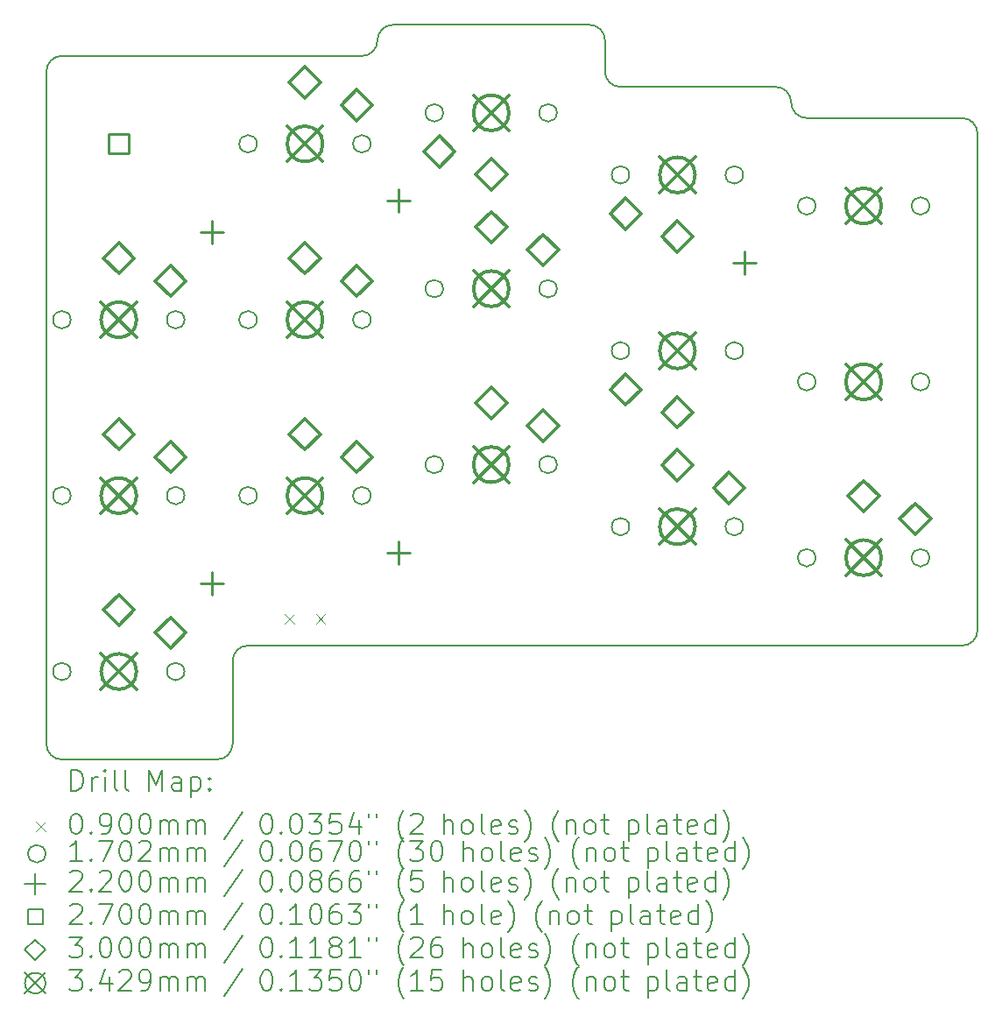
<source format=gbr>
%TF.GenerationSoftware,KiCad,Pcbnew,(7.0.0-0)*%
%TF.CreationDate,2023-06-08T17:12:36+08:00*%
%TF.ProjectId,left,6c656674-2e6b-4696-9361-645f70636258,v1.0.0*%
%TF.SameCoordinates,Original*%
%TF.FileFunction,Drillmap*%
%TF.FilePolarity,Positive*%
%FSLAX45Y45*%
G04 Gerber Fmt 4.5, Leading zero omitted, Abs format (unit mm)*
G04 Created by KiCad (PCBNEW (7.0.0-0)) date 2023-06-08 17:12:36*
%MOMM*%
%LPD*%
G01*
G04 APERTURE LIST*
%ADD10C,0.150000*%
%ADD11C,0.200000*%
%ADD12C,0.090000*%
%ADD13C,0.170180*%
%ADD14C,0.220000*%
%ADD15C,0.270000*%
%ADD16C,0.300000*%
%ADD17C,0.342900*%
G04 APERTURE END LIST*
D10*
X-551000Y-850000D02*
X951000Y-850000D01*
X1100000Y-701000D02*
X1100000Y101000D01*
X-551000Y5950000D02*
X2351000Y5950000D01*
X4700000Y5799000D02*
X4700000Y6101000D01*
X4551000Y6250000D02*
X2649000Y6250000D01*
X2500000Y6101000D02*
X2500000Y6099000D01*
X6500000Y5499000D02*
X6500000Y5501000D01*
X6351000Y5650000D02*
X4849000Y5650000D01*
X1249000Y250000D02*
X8151000Y250000D01*
X8300000Y399000D02*
X8300000Y5201000D01*
X8151000Y5350000D02*
X6649000Y5350000D01*
X-700000Y-701000D02*
X-700000Y5801000D01*
X951000Y-850000D02*
G75*
G03*
X1100000Y-701000I0J149000D01*
G01*
X1249000Y250000D02*
G75*
G03*
X1100000Y101000I0J-149000D01*
G01*
X8151000Y250000D02*
G75*
G03*
X8300000Y399000I0J149000D01*
G01*
X8300000Y5201000D02*
G75*
G03*
X8151000Y5350000I-149000J0D01*
G01*
X6500000Y5499000D02*
G75*
G03*
X6649000Y5350000I149000J0D01*
G01*
X6500000Y5501000D02*
G75*
G03*
X6351000Y5650000I-149000J0D01*
G01*
X4700000Y5799000D02*
G75*
G03*
X4849000Y5650000I149000J0D01*
G01*
X4700000Y6101000D02*
G75*
G03*
X4551000Y6250000I-149000J0D01*
G01*
X2649000Y6250000D02*
G75*
G03*
X2500000Y6101000I0J-149000D01*
G01*
X2351000Y5950000D02*
G75*
G03*
X2500000Y6099000I0J149000D01*
G01*
X-551000Y5950000D02*
G75*
G03*
X-700000Y5801000I0J-149000D01*
G01*
X-700000Y-701000D02*
G75*
G03*
X-551000Y-850000I149000J0D01*
G01*
D11*
D12*
X1605000Y552000D02*
X1695000Y462000D01*
X1695000Y552000D02*
X1605000Y462000D01*
X1905000Y552000D02*
X1995000Y462000D01*
X1995000Y552000D02*
X1905000Y462000D01*
D13*
X-464910Y3400000D02*
G75*
G03*
X-464910Y3400000I-85090J0D01*
G01*
X-464910Y1700000D02*
G75*
G03*
X-464910Y1700000I-85090J0D01*
G01*
X-464910Y0D02*
G75*
G03*
X-464910Y0I-85090J0D01*
G01*
X635090Y3400000D02*
G75*
G03*
X635090Y3400000I-85090J0D01*
G01*
X635090Y1700000D02*
G75*
G03*
X635090Y1700000I-85090J0D01*
G01*
X635090Y0D02*
G75*
G03*
X635090Y0I-85090J0D01*
G01*
X1335090Y5100000D02*
G75*
G03*
X1335090Y5100000I-85090J0D01*
G01*
X1335090Y3400000D02*
G75*
G03*
X1335090Y3400000I-85090J0D01*
G01*
X1335090Y1700000D02*
G75*
G03*
X1335090Y1700000I-85090J0D01*
G01*
X2435090Y5100000D02*
G75*
G03*
X2435090Y5100000I-85090J0D01*
G01*
X2435090Y3400000D02*
G75*
G03*
X2435090Y3400000I-85090J0D01*
G01*
X2435090Y1700000D02*
G75*
G03*
X2435090Y1700000I-85090J0D01*
G01*
X3135090Y5400000D02*
G75*
G03*
X3135090Y5400000I-85090J0D01*
G01*
X3135090Y3700000D02*
G75*
G03*
X3135090Y3700000I-85090J0D01*
G01*
X3135090Y2000000D02*
G75*
G03*
X3135090Y2000000I-85090J0D01*
G01*
X4235090Y5400000D02*
G75*
G03*
X4235090Y5400000I-85090J0D01*
G01*
X4235090Y3700000D02*
G75*
G03*
X4235090Y3700000I-85090J0D01*
G01*
X4235090Y2000000D02*
G75*
G03*
X4235090Y2000000I-85090J0D01*
G01*
X4935090Y4800000D02*
G75*
G03*
X4935090Y4800000I-85090J0D01*
G01*
X4935090Y3100000D02*
G75*
G03*
X4935090Y3100000I-85090J0D01*
G01*
X4935090Y1400000D02*
G75*
G03*
X4935090Y1400000I-85090J0D01*
G01*
X6035090Y4800000D02*
G75*
G03*
X6035090Y4800000I-85090J0D01*
G01*
X6035090Y3100000D02*
G75*
G03*
X6035090Y3100000I-85090J0D01*
G01*
X6035090Y1400000D02*
G75*
G03*
X6035090Y1400000I-85090J0D01*
G01*
X6735090Y4500000D02*
G75*
G03*
X6735090Y4500000I-85090J0D01*
G01*
X6735090Y2800000D02*
G75*
G03*
X6735090Y2800000I-85090J0D01*
G01*
X6735090Y1100000D02*
G75*
G03*
X6735090Y1100000I-85090J0D01*
G01*
X7835090Y4500000D02*
G75*
G03*
X7835090Y4500000I-85090J0D01*
G01*
X7835090Y2800000D02*
G75*
G03*
X7835090Y2800000I-85090J0D01*
G01*
X7835090Y1100000D02*
G75*
G03*
X7835090Y1100000I-85090J0D01*
G01*
D14*
X900000Y4360000D02*
X900000Y4140000D01*
X790000Y4250000D02*
X1010000Y4250000D01*
X900000Y960000D02*
X900000Y740000D01*
X790000Y850000D02*
X1010000Y850000D01*
X2700000Y4660000D02*
X2700000Y4440000D01*
X2590000Y4550000D02*
X2810000Y4550000D01*
X2700000Y1260000D02*
X2700000Y1040000D01*
X2590000Y1150000D02*
X2810000Y1150000D01*
X6050000Y4060000D02*
X6050000Y3840000D01*
X5940000Y3950000D02*
X6160000Y3950000D01*
D15*
X95460Y5004540D02*
X95460Y5195460D01*
X-95460Y5195460D01*
X-95460Y5004540D01*
X95460Y5004540D01*
D16*
X0Y3845000D02*
X150000Y3995000D01*
X0Y4145000D01*
X-150000Y3995000D01*
X0Y3845000D01*
X0Y2145000D02*
X150000Y2295000D01*
X0Y2445000D01*
X-150000Y2295000D01*
X0Y2145000D01*
X0Y445000D02*
X150000Y595000D01*
X0Y745000D01*
X-150000Y595000D01*
X0Y445000D01*
X500000Y3625000D02*
X650000Y3775000D01*
X500000Y3925000D01*
X350000Y3775000D01*
X500000Y3625000D01*
X500000Y1925000D02*
X650000Y2075000D01*
X500000Y2225000D01*
X350000Y2075000D01*
X500000Y1925000D01*
X500000Y225000D02*
X650000Y375000D01*
X500000Y525000D01*
X350000Y375000D01*
X500000Y225000D01*
X1800000Y5545000D02*
X1950000Y5695000D01*
X1800000Y5845000D01*
X1650000Y5695000D01*
X1800000Y5545000D01*
X1800000Y3845000D02*
X1950000Y3995000D01*
X1800000Y4145000D01*
X1650000Y3995000D01*
X1800000Y3845000D01*
X1800000Y2145000D02*
X1950000Y2295000D01*
X1800000Y2445000D01*
X1650000Y2295000D01*
X1800000Y2145000D01*
X2300000Y5325000D02*
X2450000Y5475000D01*
X2300000Y5625000D01*
X2150000Y5475000D01*
X2300000Y5325000D01*
X2300000Y3625000D02*
X2450000Y3775000D01*
X2300000Y3925000D01*
X2150000Y3775000D01*
X2300000Y3625000D01*
X2300000Y1925000D02*
X2450000Y2075000D01*
X2300000Y2225000D01*
X2150000Y2075000D01*
X2300000Y1925000D01*
X3100000Y4875000D02*
X3250000Y5025000D01*
X3100000Y5175000D01*
X2950000Y5025000D01*
X3100000Y4875000D01*
X3600000Y4655000D02*
X3750000Y4805000D01*
X3600000Y4955000D01*
X3450000Y4805000D01*
X3600000Y4655000D01*
X3600000Y4145000D02*
X3750000Y4295000D01*
X3600000Y4445000D01*
X3450000Y4295000D01*
X3600000Y4145000D01*
X3600000Y2445000D02*
X3750000Y2595000D01*
X3600000Y2745000D01*
X3450000Y2595000D01*
X3600000Y2445000D01*
X4100000Y3925000D02*
X4250000Y4075000D01*
X4100000Y4225000D01*
X3950000Y4075000D01*
X4100000Y3925000D01*
X4100000Y2225000D02*
X4250000Y2375000D01*
X4100000Y2525000D01*
X3950000Y2375000D01*
X4100000Y2225000D01*
X4900000Y4275000D02*
X5050000Y4425000D01*
X4900000Y4575000D01*
X4750000Y4425000D01*
X4900000Y4275000D01*
X4900000Y2575000D02*
X5050000Y2725000D01*
X4900000Y2875000D01*
X4750000Y2725000D01*
X4900000Y2575000D01*
X5400000Y4055000D02*
X5550000Y4205000D01*
X5400000Y4355000D01*
X5250000Y4205000D01*
X5400000Y4055000D01*
X5400000Y2355000D02*
X5550000Y2505000D01*
X5400000Y2655000D01*
X5250000Y2505000D01*
X5400000Y2355000D01*
X5400000Y1845000D02*
X5550000Y1995000D01*
X5400000Y2145000D01*
X5250000Y1995000D01*
X5400000Y1845000D01*
X5900000Y1625000D02*
X6050000Y1775000D01*
X5900000Y1925000D01*
X5750000Y1775000D01*
X5900000Y1625000D01*
X7200000Y1545000D02*
X7350000Y1695000D01*
X7200000Y1845000D01*
X7050000Y1695000D01*
X7200000Y1545000D01*
X7700000Y1325000D02*
X7850000Y1475000D01*
X7700000Y1625000D01*
X7550000Y1475000D01*
X7700000Y1325000D01*
D17*
X-171450Y3571450D02*
X171450Y3228550D01*
X171450Y3571450D02*
X-171450Y3228550D01*
X171450Y3400000D02*
G75*
G03*
X171450Y3400000I-171450J0D01*
G01*
X-171450Y1871450D02*
X171450Y1528550D01*
X171450Y1871450D02*
X-171450Y1528550D01*
X171450Y1700000D02*
G75*
G03*
X171450Y1700000I-171450J0D01*
G01*
X-171450Y171450D02*
X171450Y-171450D01*
X171450Y171450D02*
X-171450Y-171450D01*
X171450Y0D02*
G75*
G03*
X171450Y0I-171450J0D01*
G01*
X1628550Y5271450D02*
X1971450Y4928550D01*
X1971450Y5271450D02*
X1628550Y4928550D01*
X1971450Y5100000D02*
G75*
G03*
X1971450Y5100000I-171450J0D01*
G01*
X1628550Y3571450D02*
X1971450Y3228550D01*
X1971450Y3571450D02*
X1628550Y3228550D01*
X1971450Y3400000D02*
G75*
G03*
X1971450Y3400000I-171450J0D01*
G01*
X1628550Y1871450D02*
X1971450Y1528550D01*
X1971450Y1871450D02*
X1628550Y1528550D01*
X1971450Y1700000D02*
G75*
G03*
X1971450Y1700000I-171450J0D01*
G01*
X3428550Y5571450D02*
X3771450Y5228550D01*
X3771450Y5571450D02*
X3428550Y5228550D01*
X3771450Y5400000D02*
G75*
G03*
X3771450Y5400000I-171450J0D01*
G01*
X3428550Y3871450D02*
X3771450Y3528550D01*
X3771450Y3871450D02*
X3428550Y3528550D01*
X3771450Y3700000D02*
G75*
G03*
X3771450Y3700000I-171450J0D01*
G01*
X3428550Y2171450D02*
X3771450Y1828550D01*
X3771450Y2171450D02*
X3428550Y1828550D01*
X3771450Y2000000D02*
G75*
G03*
X3771450Y2000000I-171450J0D01*
G01*
X5228550Y4971450D02*
X5571450Y4628550D01*
X5571450Y4971450D02*
X5228550Y4628550D01*
X5571450Y4800000D02*
G75*
G03*
X5571450Y4800000I-171450J0D01*
G01*
X5228550Y3271450D02*
X5571450Y2928550D01*
X5571450Y3271450D02*
X5228550Y2928550D01*
X5571450Y3100000D02*
G75*
G03*
X5571450Y3100000I-171450J0D01*
G01*
X5228550Y1571450D02*
X5571450Y1228550D01*
X5571450Y1571450D02*
X5228550Y1228550D01*
X5571450Y1400000D02*
G75*
G03*
X5571450Y1400000I-171450J0D01*
G01*
X7028550Y4671450D02*
X7371450Y4328550D01*
X7371450Y4671450D02*
X7028550Y4328550D01*
X7371450Y4500000D02*
G75*
G03*
X7371450Y4500000I-171450J0D01*
G01*
X7028550Y2971450D02*
X7371450Y2628550D01*
X7371450Y2971450D02*
X7028550Y2628550D01*
X7371450Y2800000D02*
G75*
G03*
X7371450Y2800000I-171450J0D01*
G01*
X7028550Y1271450D02*
X7371450Y928550D01*
X7371450Y1271450D02*
X7028550Y928550D01*
X7371450Y1100000D02*
G75*
G03*
X7371450Y1100000I-171450J0D01*
G01*
D11*
X-459881Y-1150976D02*
X-459881Y-950976D01*
X-459881Y-950976D02*
X-412262Y-950976D01*
X-412262Y-950976D02*
X-383690Y-960500D01*
X-383690Y-960500D02*
X-364643Y-979548D01*
X-364643Y-979548D02*
X-355119Y-998595D01*
X-355119Y-998595D02*
X-345595Y-1036690D01*
X-345595Y-1036690D02*
X-345595Y-1065262D01*
X-345595Y-1065262D02*
X-355119Y-1103357D01*
X-355119Y-1103357D02*
X-364643Y-1122405D01*
X-364643Y-1122405D02*
X-383690Y-1141452D01*
X-383690Y-1141452D02*
X-412262Y-1150976D01*
X-412262Y-1150976D02*
X-459881Y-1150976D01*
X-259881Y-1150976D02*
X-259881Y-1017643D01*
X-259881Y-1055738D02*
X-250357Y-1036690D01*
X-250357Y-1036690D02*
X-240833Y-1027167D01*
X-240833Y-1027167D02*
X-221786Y-1017643D01*
X-221786Y-1017643D02*
X-202738Y-1017643D01*
X-136071Y-1150976D02*
X-136071Y-1017643D01*
X-136071Y-950976D02*
X-145595Y-960500D01*
X-145595Y-960500D02*
X-136071Y-970024D01*
X-136071Y-970024D02*
X-126548Y-960500D01*
X-126548Y-960500D02*
X-136071Y-950976D01*
X-136071Y-950976D02*
X-136071Y-970024D01*
X-12262Y-1150976D02*
X-31309Y-1141452D01*
X-31309Y-1141452D02*
X-40833Y-1122405D01*
X-40833Y-1122405D02*
X-40833Y-950976D01*
X92500Y-1150976D02*
X73452Y-1141452D01*
X73452Y-1141452D02*
X63928Y-1122405D01*
X63928Y-1122405D02*
X63928Y-950976D01*
X288690Y-1150976D02*
X288690Y-950976D01*
X288690Y-950976D02*
X355357Y-1093833D01*
X355357Y-1093833D02*
X422024Y-950976D01*
X422024Y-950976D02*
X422024Y-1150976D01*
X602976Y-1150976D02*
X602976Y-1046214D01*
X602976Y-1046214D02*
X593452Y-1027167D01*
X593452Y-1027167D02*
X574405Y-1017643D01*
X574405Y-1017643D02*
X536309Y-1017643D01*
X536309Y-1017643D02*
X517262Y-1027167D01*
X602976Y-1141452D02*
X583929Y-1150976D01*
X583929Y-1150976D02*
X536309Y-1150976D01*
X536309Y-1150976D02*
X517262Y-1141452D01*
X517262Y-1141452D02*
X507738Y-1122405D01*
X507738Y-1122405D02*
X507738Y-1103357D01*
X507738Y-1103357D02*
X517262Y-1084310D01*
X517262Y-1084310D02*
X536309Y-1074786D01*
X536309Y-1074786D02*
X583929Y-1074786D01*
X583929Y-1074786D02*
X602976Y-1065262D01*
X698214Y-1017643D02*
X698214Y-1217643D01*
X698214Y-1027167D02*
X717262Y-1017643D01*
X717262Y-1017643D02*
X755357Y-1017643D01*
X755357Y-1017643D02*
X774405Y-1027167D01*
X774405Y-1027167D02*
X783928Y-1036690D01*
X783928Y-1036690D02*
X793452Y-1055738D01*
X793452Y-1055738D02*
X793452Y-1112881D01*
X793452Y-1112881D02*
X783928Y-1131929D01*
X783928Y-1131929D02*
X774405Y-1141452D01*
X774405Y-1141452D02*
X755357Y-1150976D01*
X755357Y-1150976D02*
X717262Y-1150976D01*
X717262Y-1150976D02*
X698214Y-1141452D01*
X879167Y-1131929D02*
X888690Y-1141452D01*
X888690Y-1141452D02*
X879167Y-1150976D01*
X879167Y-1150976D02*
X869643Y-1141452D01*
X869643Y-1141452D02*
X879167Y-1131929D01*
X879167Y-1131929D02*
X879167Y-1150976D01*
X879167Y-1027167D02*
X888690Y-1036690D01*
X888690Y-1036690D02*
X879167Y-1046214D01*
X879167Y-1046214D02*
X869643Y-1036690D01*
X869643Y-1036690D02*
X879167Y-1027167D01*
X879167Y-1027167D02*
X879167Y-1046214D01*
D12*
X-797500Y-1452500D02*
X-707500Y-1542500D01*
X-707500Y-1452500D02*
X-797500Y-1542500D01*
D11*
X-421786Y-1370976D02*
X-402738Y-1370976D01*
X-402738Y-1370976D02*
X-383690Y-1380500D01*
X-383690Y-1380500D02*
X-374167Y-1390024D01*
X-374167Y-1390024D02*
X-364643Y-1409071D01*
X-364643Y-1409071D02*
X-355119Y-1447167D01*
X-355119Y-1447167D02*
X-355119Y-1494786D01*
X-355119Y-1494786D02*
X-364643Y-1532881D01*
X-364643Y-1532881D02*
X-374167Y-1551928D01*
X-374167Y-1551928D02*
X-383690Y-1561452D01*
X-383690Y-1561452D02*
X-402738Y-1570976D01*
X-402738Y-1570976D02*
X-421786Y-1570976D01*
X-421786Y-1570976D02*
X-440833Y-1561452D01*
X-440833Y-1561452D02*
X-450357Y-1551928D01*
X-450357Y-1551928D02*
X-459881Y-1532881D01*
X-459881Y-1532881D02*
X-469405Y-1494786D01*
X-469405Y-1494786D02*
X-469405Y-1447167D01*
X-469405Y-1447167D02*
X-459881Y-1409071D01*
X-459881Y-1409071D02*
X-450357Y-1390024D01*
X-450357Y-1390024D02*
X-440833Y-1380500D01*
X-440833Y-1380500D02*
X-421786Y-1370976D01*
X-269405Y-1551928D02*
X-259881Y-1561452D01*
X-259881Y-1561452D02*
X-269405Y-1570976D01*
X-269405Y-1570976D02*
X-278929Y-1561452D01*
X-278929Y-1561452D02*
X-269405Y-1551928D01*
X-269405Y-1551928D02*
X-269405Y-1570976D01*
X-164643Y-1570976D02*
X-126548Y-1570976D01*
X-126548Y-1570976D02*
X-107500Y-1561452D01*
X-107500Y-1561452D02*
X-97976Y-1551928D01*
X-97976Y-1551928D02*
X-78929Y-1523357D01*
X-78929Y-1523357D02*
X-69405Y-1485262D01*
X-69405Y-1485262D02*
X-69405Y-1409071D01*
X-69405Y-1409071D02*
X-78929Y-1390024D01*
X-78929Y-1390024D02*
X-88452Y-1380500D01*
X-88452Y-1380500D02*
X-107500Y-1370976D01*
X-107500Y-1370976D02*
X-145595Y-1370976D01*
X-145595Y-1370976D02*
X-164643Y-1380500D01*
X-164643Y-1380500D02*
X-174167Y-1390024D01*
X-174167Y-1390024D02*
X-183690Y-1409071D01*
X-183690Y-1409071D02*
X-183690Y-1456690D01*
X-183690Y-1456690D02*
X-174167Y-1475738D01*
X-174167Y-1475738D02*
X-164643Y-1485262D01*
X-164643Y-1485262D02*
X-145595Y-1494786D01*
X-145595Y-1494786D02*
X-107500Y-1494786D01*
X-107500Y-1494786D02*
X-88452Y-1485262D01*
X-88452Y-1485262D02*
X-78929Y-1475738D01*
X-78929Y-1475738D02*
X-69405Y-1456690D01*
X54405Y-1370976D02*
X73452Y-1370976D01*
X73452Y-1370976D02*
X92500Y-1380500D01*
X92500Y-1380500D02*
X102024Y-1390024D01*
X102024Y-1390024D02*
X111548Y-1409071D01*
X111548Y-1409071D02*
X121071Y-1447167D01*
X121071Y-1447167D02*
X121071Y-1494786D01*
X121071Y-1494786D02*
X111548Y-1532881D01*
X111548Y-1532881D02*
X102024Y-1551928D01*
X102024Y-1551928D02*
X92500Y-1561452D01*
X92500Y-1561452D02*
X73452Y-1570976D01*
X73452Y-1570976D02*
X54405Y-1570976D01*
X54405Y-1570976D02*
X35357Y-1561452D01*
X35357Y-1561452D02*
X25833Y-1551928D01*
X25833Y-1551928D02*
X16309Y-1532881D01*
X16309Y-1532881D02*
X6786Y-1494786D01*
X6786Y-1494786D02*
X6786Y-1447167D01*
X6786Y-1447167D02*
X16309Y-1409071D01*
X16309Y-1409071D02*
X25833Y-1390024D01*
X25833Y-1390024D02*
X35357Y-1380500D01*
X35357Y-1380500D02*
X54405Y-1370976D01*
X244881Y-1370976D02*
X263929Y-1370976D01*
X263929Y-1370976D02*
X282976Y-1380500D01*
X282976Y-1380500D02*
X292500Y-1390024D01*
X292500Y-1390024D02*
X302024Y-1409071D01*
X302024Y-1409071D02*
X311548Y-1447167D01*
X311548Y-1447167D02*
X311548Y-1494786D01*
X311548Y-1494786D02*
X302024Y-1532881D01*
X302024Y-1532881D02*
X292500Y-1551928D01*
X292500Y-1551928D02*
X282976Y-1561452D01*
X282976Y-1561452D02*
X263929Y-1570976D01*
X263929Y-1570976D02*
X244881Y-1570976D01*
X244881Y-1570976D02*
X225833Y-1561452D01*
X225833Y-1561452D02*
X216309Y-1551928D01*
X216309Y-1551928D02*
X206786Y-1532881D01*
X206786Y-1532881D02*
X197262Y-1494786D01*
X197262Y-1494786D02*
X197262Y-1447167D01*
X197262Y-1447167D02*
X206786Y-1409071D01*
X206786Y-1409071D02*
X216309Y-1390024D01*
X216309Y-1390024D02*
X225833Y-1380500D01*
X225833Y-1380500D02*
X244881Y-1370976D01*
X397262Y-1570976D02*
X397262Y-1437643D01*
X397262Y-1456690D02*
X406786Y-1447167D01*
X406786Y-1447167D02*
X425833Y-1437643D01*
X425833Y-1437643D02*
X454405Y-1437643D01*
X454405Y-1437643D02*
X473452Y-1447167D01*
X473452Y-1447167D02*
X482976Y-1466214D01*
X482976Y-1466214D02*
X482976Y-1570976D01*
X482976Y-1466214D02*
X492500Y-1447167D01*
X492500Y-1447167D02*
X511548Y-1437643D01*
X511548Y-1437643D02*
X540119Y-1437643D01*
X540119Y-1437643D02*
X559167Y-1447167D01*
X559167Y-1447167D02*
X568691Y-1466214D01*
X568691Y-1466214D02*
X568691Y-1570976D01*
X663929Y-1570976D02*
X663929Y-1437643D01*
X663929Y-1456690D02*
X673452Y-1447167D01*
X673452Y-1447167D02*
X692500Y-1437643D01*
X692500Y-1437643D02*
X721071Y-1437643D01*
X721071Y-1437643D02*
X740119Y-1447167D01*
X740119Y-1447167D02*
X749643Y-1466214D01*
X749643Y-1466214D02*
X749643Y-1570976D01*
X749643Y-1466214D02*
X759167Y-1447167D01*
X759167Y-1447167D02*
X778214Y-1437643D01*
X778214Y-1437643D02*
X806786Y-1437643D01*
X806786Y-1437643D02*
X825833Y-1447167D01*
X825833Y-1447167D02*
X835357Y-1466214D01*
X835357Y-1466214D02*
X835357Y-1570976D01*
X1193452Y-1361452D02*
X1022024Y-1618595D01*
X1418214Y-1370976D02*
X1437262Y-1370976D01*
X1437262Y-1370976D02*
X1456310Y-1380500D01*
X1456310Y-1380500D02*
X1465833Y-1390024D01*
X1465833Y-1390024D02*
X1475357Y-1409071D01*
X1475357Y-1409071D02*
X1484881Y-1447167D01*
X1484881Y-1447167D02*
X1484881Y-1494786D01*
X1484881Y-1494786D02*
X1475357Y-1532881D01*
X1475357Y-1532881D02*
X1465833Y-1551928D01*
X1465833Y-1551928D02*
X1456310Y-1561452D01*
X1456310Y-1561452D02*
X1437262Y-1570976D01*
X1437262Y-1570976D02*
X1418214Y-1570976D01*
X1418214Y-1570976D02*
X1399167Y-1561452D01*
X1399167Y-1561452D02*
X1389643Y-1551928D01*
X1389643Y-1551928D02*
X1380119Y-1532881D01*
X1380119Y-1532881D02*
X1370595Y-1494786D01*
X1370595Y-1494786D02*
X1370595Y-1447167D01*
X1370595Y-1447167D02*
X1380119Y-1409071D01*
X1380119Y-1409071D02*
X1389643Y-1390024D01*
X1389643Y-1390024D02*
X1399167Y-1380500D01*
X1399167Y-1380500D02*
X1418214Y-1370976D01*
X1570595Y-1551928D02*
X1580119Y-1561452D01*
X1580119Y-1561452D02*
X1570595Y-1570976D01*
X1570595Y-1570976D02*
X1561071Y-1561452D01*
X1561071Y-1561452D02*
X1570595Y-1551928D01*
X1570595Y-1551928D02*
X1570595Y-1570976D01*
X1703929Y-1370976D02*
X1722976Y-1370976D01*
X1722976Y-1370976D02*
X1742024Y-1380500D01*
X1742024Y-1380500D02*
X1751548Y-1390024D01*
X1751548Y-1390024D02*
X1761071Y-1409071D01*
X1761071Y-1409071D02*
X1770595Y-1447167D01*
X1770595Y-1447167D02*
X1770595Y-1494786D01*
X1770595Y-1494786D02*
X1761071Y-1532881D01*
X1761071Y-1532881D02*
X1751548Y-1551928D01*
X1751548Y-1551928D02*
X1742024Y-1561452D01*
X1742024Y-1561452D02*
X1722976Y-1570976D01*
X1722976Y-1570976D02*
X1703929Y-1570976D01*
X1703929Y-1570976D02*
X1684881Y-1561452D01*
X1684881Y-1561452D02*
X1675357Y-1551928D01*
X1675357Y-1551928D02*
X1665833Y-1532881D01*
X1665833Y-1532881D02*
X1656310Y-1494786D01*
X1656310Y-1494786D02*
X1656310Y-1447167D01*
X1656310Y-1447167D02*
X1665833Y-1409071D01*
X1665833Y-1409071D02*
X1675357Y-1390024D01*
X1675357Y-1390024D02*
X1684881Y-1380500D01*
X1684881Y-1380500D02*
X1703929Y-1370976D01*
X1837262Y-1370976D02*
X1961071Y-1370976D01*
X1961071Y-1370976D02*
X1894405Y-1447167D01*
X1894405Y-1447167D02*
X1922976Y-1447167D01*
X1922976Y-1447167D02*
X1942024Y-1456690D01*
X1942024Y-1456690D02*
X1951548Y-1466214D01*
X1951548Y-1466214D02*
X1961071Y-1485262D01*
X1961071Y-1485262D02*
X1961071Y-1532881D01*
X1961071Y-1532881D02*
X1951548Y-1551928D01*
X1951548Y-1551928D02*
X1942024Y-1561452D01*
X1942024Y-1561452D02*
X1922976Y-1570976D01*
X1922976Y-1570976D02*
X1865833Y-1570976D01*
X1865833Y-1570976D02*
X1846786Y-1561452D01*
X1846786Y-1561452D02*
X1837262Y-1551928D01*
X2142024Y-1370976D02*
X2046786Y-1370976D01*
X2046786Y-1370976D02*
X2037262Y-1466214D01*
X2037262Y-1466214D02*
X2046786Y-1456690D01*
X2046786Y-1456690D02*
X2065833Y-1447167D01*
X2065833Y-1447167D02*
X2113453Y-1447167D01*
X2113453Y-1447167D02*
X2132500Y-1456690D01*
X2132500Y-1456690D02*
X2142024Y-1466214D01*
X2142024Y-1466214D02*
X2151548Y-1485262D01*
X2151548Y-1485262D02*
X2151548Y-1532881D01*
X2151548Y-1532881D02*
X2142024Y-1551928D01*
X2142024Y-1551928D02*
X2132500Y-1561452D01*
X2132500Y-1561452D02*
X2113453Y-1570976D01*
X2113453Y-1570976D02*
X2065833Y-1570976D01*
X2065833Y-1570976D02*
X2046786Y-1561452D01*
X2046786Y-1561452D02*
X2037262Y-1551928D01*
X2322976Y-1437643D02*
X2322976Y-1570976D01*
X2275357Y-1361452D02*
X2227738Y-1504309D01*
X2227738Y-1504309D02*
X2351548Y-1504309D01*
X2418214Y-1370976D02*
X2418214Y-1409071D01*
X2494405Y-1370976D02*
X2494405Y-1409071D01*
X2757262Y-1647167D02*
X2747738Y-1637643D01*
X2747738Y-1637643D02*
X2728691Y-1609071D01*
X2728691Y-1609071D02*
X2719167Y-1590024D01*
X2719167Y-1590024D02*
X2709643Y-1561452D01*
X2709643Y-1561452D02*
X2700119Y-1513833D01*
X2700119Y-1513833D02*
X2700119Y-1475738D01*
X2700119Y-1475738D02*
X2709643Y-1428119D01*
X2709643Y-1428119D02*
X2719167Y-1399548D01*
X2719167Y-1399548D02*
X2728691Y-1380500D01*
X2728691Y-1380500D02*
X2747738Y-1351929D01*
X2747738Y-1351929D02*
X2757262Y-1342405D01*
X2823929Y-1390024D02*
X2833452Y-1380500D01*
X2833452Y-1380500D02*
X2852500Y-1370976D01*
X2852500Y-1370976D02*
X2900119Y-1370976D01*
X2900119Y-1370976D02*
X2919167Y-1380500D01*
X2919167Y-1380500D02*
X2928691Y-1390024D01*
X2928691Y-1390024D02*
X2938214Y-1409071D01*
X2938214Y-1409071D02*
X2938214Y-1428119D01*
X2938214Y-1428119D02*
X2928691Y-1456690D01*
X2928691Y-1456690D02*
X2814405Y-1570976D01*
X2814405Y-1570976D02*
X2938214Y-1570976D01*
X3143929Y-1570976D02*
X3143929Y-1370976D01*
X3229643Y-1570976D02*
X3229643Y-1466214D01*
X3229643Y-1466214D02*
X3220119Y-1447167D01*
X3220119Y-1447167D02*
X3201072Y-1437643D01*
X3201072Y-1437643D02*
X3172500Y-1437643D01*
X3172500Y-1437643D02*
X3153452Y-1447167D01*
X3153452Y-1447167D02*
X3143929Y-1456690D01*
X3353452Y-1570976D02*
X3334405Y-1561452D01*
X3334405Y-1561452D02*
X3324881Y-1551928D01*
X3324881Y-1551928D02*
X3315357Y-1532881D01*
X3315357Y-1532881D02*
X3315357Y-1475738D01*
X3315357Y-1475738D02*
X3324881Y-1456690D01*
X3324881Y-1456690D02*
X3334405Y-1447167D01*
X3334405Y-1447167D02*
X3353452Y-1437643D01*
X3353452Y-1437643D02*
X3382024Y-1437643D01*
X3382024Y-1437643D02*
X3401072Y-1447167D01*
X3401072Y-1447167D02*
X3410595Y-1456690D01*
X3410595Y-1456690D02*
X3420119Y-1475738D01*
X3420119Y-1475738D02*
X3420119Y-1532881D01*
X3420119Y-1532881D02*
X3410595Y-1551928D01*
X3410595Y-1551928D02*
X3401072Y-1561452D01*
X3401072Y-1561452D02*
X3382024Y-1570976D01*
X3382024Y-1570976D02*
X3353452Y-1570976D01*
X3534405Y-1570976D02*
X3515357Y-1561452D01*
X3515357Y-1561452D02*
X3505833Y-1542405D01*
X3505833Y-1542405D02*
X3505833Y-1370976D01*
X3686786Y-1561452D02*
X3667738Y-1570976D01*
X3667738Y-1570976D02*
X3629643Y-1570976D01*
X3629643Y-1570976D02*
X3610595Y-1561452D01*
X3610595Y-1561452D02*
X3601072Y-1542405D01*
X3601072Y-1542405D02*
X3601072Y-1466214D01*
X3601072Y-1466214D02*
X3610595Y-1447167D01*
X3610595Y-1447167D02*
X3629643Y-1437643D01*
X3629643Y-1437643D02*
X3667738Y-1437643D01*
X3667738Y-1437643D02*
X3686786Y-1447167D01*
X3686786Y-1447167D02*
X3696310Y-1466214D01*
X3696310Y-1466214D02*
X3696310Y-1485262D01*
X3696310Y-1485262D02*
X3601072Y-1504309D01*
X3772500Y-1561452D02*
X3791548Y-1570976D01*
X3791548Y-1570976D02*
X3829643Y-1570976D01*
X3829643Y-1570976D02*
X3848691Y-1561452D01*
X3848691Y-1561452D02*
X3858214Y-1542405D01*
X3858214Y-1542405D02*
X3858214Y-1532881D01*
X3858214Y-1532881D02*
X3848691Y-1513833D01*
X3848691Y-1513833D02*
X3829643Y-1504309D01*
X3829643Y-1504309D02*
X3801072Y-1504309D01*
X3801072Y-1504309D02*
X3782024Y-1494786D01*
X3782024Y-1494786D02*
X3772500Y-1475738D01*
X3772500Y-1475738D02*
X3772500Y-1466214D01*
X3772500Y-1466214D02*
X3782024Y-1447167D01*
X3782024Y-1447167D02*
X3801072Y-1437643D01*
X3801072Y-1437643D02*
X3829643Y-1437643D01*
X3829643Y-1437643D02*
X3848691Y-1447167D01*
X3924881Y-1647167D02*
X3934405Y-1637643D01*
X3934405Y-1637643D02*
X3953453Y-1609071D01*
X3953453Y-1609071D02*
X3962976Y-1590024D01*
X3962976Y-1590024D02*
X3972500Y-1561452D01*
X3972500Y-1561452D02*
X3982024Y-1513833D01*
X3982024Y-1513833D02*
X3982024Y-1475738D01*
X3982024Y-1475738D02*
X3972500Y-1428119D01*
X3972500Y-1428119D02*
X3962976Y-1399548D01*
X3962976Y-1399548D02*
X3953453Y-1380500D01*
X3953453Y-1380500D02*
X3934405Y-1351929D01*
X3934405Y-1351929D02*
X3924881Y-1342405D01*
X4254405Y-1647167D02*
X4244881Y-1637643D01*
X4244881Y-1637643D02*
X4225834Y-1609071D01*
X4225834Y-1609071D02*
X4216310Y-1590024D01*
X4216310Y-1590024D02*
X4206786Y-1561452D01*
X4206786Y-1561452D02*
X4197262Y-1513833D01*
X4197262Y-1513833D02*
X4197262Y-1475738D01*
X4197262Y-1475738D02*
X4206786Y-1428119D01*
X4206786Y-1428119D02*
X4216310Y-1399548D01*
X4216310Y-1399548D02*
X4225834Y-1380500D01*
X4225834Y-1380500D02*
X4244881Y-1351929D01*
X4244881Y-1351929D02*
X4254405Y-1342405D01*
X4330595Y-1437643D02*
X4330595Y-1570976D01*
X4330595Y-1456690D02*
X4340119Y-1447167D01*
X4340119Y-1447167D02*
X4359167Y-1437643D01*
X4359167Y-1437643D02*
X4387738Y-1437643D01*
X4387738Y-1437643D02*
X4406786Y-1447167D01*
X4406786Y-1447167D02*
X4416310Y-1466214D01*
X4416310Y-1466214D02*
X4416310Y-1570976D01*
X4540119Y-1570976D02*
X4521072Y-1561452D01*
X4521072Y-1561452D02*
X4511548Y-1551928D01*
X4511548Y-1551928D02*
X4502024Y-1532881D01*
X4502024Y-1532881D02*
X4502024Y-1475738D01*
X4502024Y-1475738D02*
X4511548Y-1456690D01*
X4511548Y-1456690D02*
X4521072Y-1447167D01*
X4521072Y-1447167D02*
X4540119Y-1437643D01*
X4540119Y-1437643D02*
X4568691Y-1437643D01*
X4568691Y-1437643D02*
X4587738Y-1447167D01*
X4587738Y-1447167D02*
X4597262Y-1456690D01*
X4597262Y-1456690D02*
X4606786Y-1475738D01*
X4606786Y-1475738D02*
X4606786Y-1532881D01*
X4606786Y-1532881D02*
X4597262Y-1551928D01*
X4597262Y-1551928D02*
X4587738Y-1561452D01*
X4587738Y-1561452D02*
X4568691Y-1570976D01*
X4568691Y-1570976D02*
X4540119Y-1570976D01*
X4663929Y-1437643D02*
X4740119Y-1437643D01*
X4692500Y-1370976D02*
X4692500Y-1542405D01*
X4692500Y-1542405D02*
X4702024Y-1561452D01*
X4702024Y-1561452D02*
X4721072Y-1570976D01*
X4721072Y-1570976D02*
X4740119Y-1570976D01*
X4926786Y-1437643D02*
X4926786Y-1637643D01*
X4926786Y-1447167D02*
X4945834Y-1437643D01*
X4945834Y-1437643D02*
X4983929Y-1437643D01*
X4983929Y-1437643D02*
X5002976Y-1447167D01*
X5002976Y-1447167D02*
X5012500Y-1456690D01*
X5012500Y-1456690D02*
X5022024Y-1475738D01*
X5022024Y-1475738D02*
X5022024Y-1532881D01*
X5022024Y-1532881D02*
X5012500Y-1551928D01*
X5012500Y-1551928D02*
X5002976Y-1561452D01*
X5002976Y-1561452D02*
X4983929Y-1570976D01*
X4983929Y-1570976D02*
X4945834Y-1570976D01*
X4945834Y-1570976D02*
X4926786Y-1561452D01*
X5136310Y-1570976D02*
X5117262Y-1561452D01*
X5117262Y-1561452D02*
X5107738Y-1542405D01*
X5107738Y-1542405D02*
X5107738Y-1370976D01*
X5298215Y-1570976D02*
X5298215Y-1466214D01*
X5298215Y-1466214D02*
X5288691Y-1447167D01*
X5288691Y-1447167D02*
X5269643Y-1437643D01*
X5269643Y-1437643D02*
X5231548Y-1437643D01*
X5231548Y-1437643D02*
X5212500Y-1447167D01*
X5298215Y-1561452D02*
X5279167Y-1570976D01*
X5279167Y-1570976D02*
X5231548Y-1570976D01*
X5231548Y-1570976D02*
X5212500Y-1561452D01*
X5212500Y-1561452D02*
X5202976Y-1542405D01*
X5202976Y-1542405D02*
X5202976Y-1523357D01*
X5202976Y-1523357D02*
X5212500Y-1504309D01*
X5212500Y-1504309D02*
X5231548Y-1494786D01*
X5231548Y-1494786D02*
X5279167Y-1494786D01*
X5279167Y-1494786D02*
X5298215Y-1485262D01*
X5364881Y-1437643D02*
X5441072Y-1437643D01*
X5393453Y-1370976D02*
X5393453Y-1542405D01*
X5393453Y-1542405D02*
X5402976Y-1561452D01*
X5402976Y-1561452D02*
X5422024Y-1570976D01*
X5422024Y-1570976D02*
X5441072Y-1570976D01*
X5583929Y-1561452D02*
X5564881Y-1570976D01*
X5564881Y-1570976D02*
X5526786Y-1570976D01*
X5526786Y-1570976D02*
X5507738Y-1561452D01*
X5507738Y-1561452D02*
X5498215Y-1542405D01*
X5498215Y-1542405D02*
X5498215Y-1466214D01*
X5498215Y-1466214D02*
X5507738Y-1447167D01*
X5507738Y-1447167D02*
X5526786Y-1437643D01*
X5526786Y-1437643D02*
X5564881Y-1437643D01*
X5564881Y-1437643D02*
X5583929Y-1447167D01*
X5583929Y-1447167D02*
X5593453Y-1466214D01*
X5593453Y-1466214D02*
X5593453Y-1485262D01*
X5593453Y-1485262D02*
X5498215Y-1504309D01*
X5764881Y-1570976D02*
X5764881Y-1370976D01*
X5764881Y-1561452D02*
X5745834Y-1570976D01*
X5745834Y-1570976D02*
X5707738Y-1570976D01*
X5707738Y-1570976D02*
X5688691Y-1561452D01*
X5688691Y-1561452D02*
X5679167Y-1551928D01*
X5679167Y-1551928D02*
X5669643Y-1532881D01*
X5669643Y-1532881D02*
X5669643Y-1475738D01*
X5669643Y-1475738D02*
X5679167Y-1456690D01*
X5679167Y-1456690D02*
X5688691Y-1447167D01*
X5688691Y-1447167D02*
X5707738Y-1437643D01*
X5707738Y-1437643D02*
X5745834Y-1437643D01*
X5745834Y-1437643D02*
X5764881Y-1447167D01*
X5841072Y-1647167D02*
X5850595Y-1637643D01*
X5850595Y-1637643D02*
X5869643Y-1609071D01*
X5869643Y-1609071D02*
X5879167Y-1590024D01*
X5879167Y-1590024D02*
X5888691Y-1561452D01*
X5888691Y-1561452D02*
X5898214Y-1513833D01*
X5898214Y-1513833D02*
X5898214Y-1475738D01*
X5898214Y-1475738D02*
X5888691Y-1428119D01*
X5888691Y-1428119D02*
X5879167Y-1399548D01*
X5879167Y-1399548D02*
X5869643Y-1380500D01*
X5869643Y-1380500D02*
X5850595Y-1351929D01*
X5850595Y-1351929D02*
X5841072Y-1342405D01*
D13*
X-707500Y-1761500D02*
G75*
G03*
X-707500Y-1761500I-85090J0D01*
G01*
D11*
X-355119Y-1834976D02*
X-469405Y-1834976D01*
X-412262Y-1834976D02*
X-412262Y-1634976D01*
X-412262Y-1634976D02*
X-431309Y-1663548D01*
X-431309Y-1663548D02*
X-450357Y-1682595D01*
X-450357Y-1682595D02*
X-469405Y-1692119D01*
X-269405Y-1815928D02*
X-259881Y-1825452D01*
X-259881Y-1825452D02*
X-269405Y-1834976D01*
X-269405Y-1834976D02*
X-278929Y-1825452D01*
X-278929Y-1825452D02*
X-269405Y-1815928D01*
X-269405Y-1815928D02*
X-269405Y-1834976D01*
X-193214Y-1634976D02*
X-59881Y-1634976D01*
X-59881Y-1634976D02*
X-145595Y-1834976D01*
X54405Y-1634976D02*
X73452Y-1634976D01*
X73452Y-1634976D02*
X92500Y-1644500D01*
X92500Y-1644500D02*
X102024Y-1654024D01*
X102024Y-1654024D02*
X111548Y-1673071D01*
X111548Y-1673071D02*
X121071Y-1711167D01*
X121071Y-1711167D02*
X121071Y-1758786D01*
X121071Y-1758786D02*
X111548Y-1796881D01*
X111548Y-1796881D02*
X102024Y-1815928D01*
X102024Y-1815928D02*
X92500Y-1825452D01*
X92500Y-1825452D02*
X73452Y-1834976D01*
X73452Y-1834976D02*
X54405Y-1834976D01*
X54405Y-1834976D02*
X35357Y-1825452D01*
X35357Y-1825452D02*
X25833Y-1815928D01*
X25833Y-1815928D02*
X16309Y-1796881D01*
X16309Y-1796881D02*
X6786Y-1758786D01*
X6786Y-1758786D02*
X6786Y-1711167D01*
X6786Y-1711167D02*
X16309Y-1673071D01*
X16309Y-1673071D02*
X25833Y-1654024D01*
X25833Y-1654024D02*
X35357Y-1644500D01*
X35357Y-1644500D02*
X54405Y-1634976D01*
X197262Y-1654024D02*
X206786Y-1644500D01*
X206786Y-1644500D02*
X225833Y-1634976D01*
X225833Y-1634976D02*
X273452Y-1634976D01*
X273452Y-1634976D02*
X292500Y-1644500D01*
X292500Y-1644500D02*
X302024Y-1654024D01*
X302024Y-1654024D02*
X311548Y-1673071D01*
X311548Y-1673071D02*
X311548Y-1692119D01*
X311548Y-1692119D02*
X302024Y-1720690D01*
X302024Y-1720690D02*
X187738Y-1834976D01*
X187738Y-1834976D02*
X311548Y-1834976D01*
X397262Y-1834976D02*
X397262Y-1701643D01*
X397262Y-1720690D02*
X406786Y-1711167D01*
X406786Y-1711167D02*
X425833Y-1701643D01*
X425833Y-1701643D02*
X454405Y-1701643D01*
X454405Y-1701643D02*
X473452Y-1711167D01*
X473452Y-1711167D02*
X482976Y-1730214D01*
X482976Y-1730214D02*
X482976Y-1834976D01*
X482976Y-1730214D02*
X492500Y-1711167D01*
X492500Y-1711167D02*
X511548Y-1701643D01*
X511548Y-1701643D02*
X540119Y-1701643D01*
X540119Y-1701643D02*
X559167Y-1711167D01*
X559167Y-1711167D02*
X568691Y-1730214D01*
X568691Y-1730214D02*
X568691Y-1834976D01*
X663929Y-1834976D02*
X663929Y-1701643D01*
X663929Y-1720690D02*
X673452Y-1711167D01*
X673452Y-1711167D02*
X692500Y-1701643D01*
X692500Y-1701643D02*
X721071Y-1701643D01*
X721071Y-1701643D02*
X740119Y-1711167D01*
X740119Y-1711167D02*
X749643Y-1730214D01*
X749643Y-1730214D02*
X749643Y-1834976D01*
X749643Y-1730214D02*
X759167Y-1711167D01*
X759167Y-1711167D02*
X778214Y-1701643D01*
X778214Y-1701643D02*
X806786Y-1701643D01*
X806786Y-1701643D02*
X825833Y-1711167D01*
X825833Y-1711167D02*
X835357Y-1730214D01*
X835357Y-1730214D02*
X835357Y-1834976D01*
X1193452Y-1625452D02*
X1022024Y-1882595D01*
X1418214Y-1634976D02*
X1437262Y-1634976D01*
X1437262Y-1634976D02*
X1456310Y-1644500D01*
X1456310Y-1644500D02*
X1465833Y-1654024D01*
X1465833Y-1654024D02*
X1475357Y-1673071D01*
X1475357Y-1673071D02*
X1484881Y-1711167D01*
X1484881Y-1711167D02*
X1484881Y-1758786D01*
X1484881Y-1758786D02*
X1475357Y-1796881D01*
X1475357Y-1796881D02*
X1465833Y-1815928D01*
X1465833Y-1815928D02*
X1456310Y-1825452D01*
X1456310Y-1825452D02*
X1437262Y-1834976D01*
X1437262Y-1834976D02*
X1418214Y-1834976D01*
X1418214Y-1834976D02*
X1399167Y-1825452D01*
X1399167Y-1825452D02*
X1389643Y-1815928D01*
X1389643Y-1815928D02*
X1380119Y-1796881D01*
X1380119Y-1796881D02*
X1370595Y-1758786D01*
X1370595Y-1758786D02*
X1370595Y-1711167D01*
X1370595Y-1711167D02*
X1380119Y-1673071D01*
X1380119Y-1673071D02*
X1389643Y-1654024D01*
X1389643Y-1654024D02*
X1399167Y-1644500D01*
X1399167Y-1644500D02*
X1418214Y-1634976D01*
X1570595Y-1815928D02*
X1580119Y-1825452D01*
X1580119Y-1825452D02*
X1570595Y-1834976D01*
X1570595Y-1834976D02*
X1561071Y-1825452D01*
X1561071Y-1825452D02*
X1570595Y-1815928D01*
X1570595Y-1815928D02*
X1570595Y-1834976D01*
X1703929Y-1634976D02*
X1722976Y-1634976D01*
X1722976Y-1634976D02*
X1742024Y-1644500D01*
X1742024Y-1644500D02*
X1751548Y-1654024D01*
X1751548Y-1654024D02*
X1761071Y-1673071D01*
X1761071Y-1673071D02*
X1770595Y-1711167D01*
X1770595Y-1711167D02*
X1770595Y-1758786D01*
X1770595Y-1758786D02*
X1761071Y-1796881D01*
X1761071Y-1796881D02*
X1751548Y-1815928D01*
X1751548Y-1815928D02*
X1742024Y-1825452D01*
X1742024Y-1825452D02*
X1722976Y-1834976D01*
X1722976Y-1834976D02*
X1703929Y-1834976D01*
X1703929Y-1834976D02*
X1684881Y-1825452D01*
X1684881Y-1825452D02*
X1675357Y-1815928D01*
X1675357Y-1815928D02*
X1665833Y-1796881D01*
X1665833Y-1796881D02*
X1656310Y-1758786D01*
X1656310Y-1758786D02*
X1656310Y-1711167D01*
X1656310Y-1711167D02*
X1665833Y-1673071D01*
X1665833Y-1673071D02*
X1675357Y-1654024D01*
X1675357Y-1654024D02*
X1684881Y-1644500D01*
X1684881Y-1644500D02*
X1703929Y-1634976D01*
X1942024Y-1634976D02*
X1903929Y-1634976D01*
X1903929Y-1634976D02*
X1884881Y-1644500D01*
X1884881Y-1644500D02*
X1875357Y-1654024D01*
X1875357Y-1654024D02*
X1856310Y-1682595D01*
X1856310Y-1682595D02*
X1846786Y-1720690D01*
X1846786Y-1720690D02*
X1846786Y-1796881D01*
X1846786Y-1796881D02*
X1856310Y-1815928D01*
X1856310Y-1815928D02*
X1865833Y-1825452D01*
X1865833Y-1825452D02*
X1884881Y-1834976D01*
X1884881Y-1834976D02*
X1922976Y-1834976D01*
X1922976Y-1834976D02*
X1942024Y-1825452D01*
X1942024Y-1825452D02*
X1951548Y-1815928D01*
X1951548Y-1815928D02*
X1961071Y-1796881D01*
X1961071Y-1796881D02*
X1961071Y-1749262D01*
X1961071Y-1749262D02*
X1951548Y-1730214D01*
X1951548Y-1730214D02*
X1942024Y-1720690D01*
X1942024Y-1720690D02*
X1922976Y-1711167D01*
X1922976Y-1711167D02*
X1884881Y-1711167D01*
X1884881Y-1711167D02*
X1865833Y-1720690D01*
X1865833Y-1720690D02*
X1856310Y-1730214D01*
X1856310Y-1730214D02*
X1846786Y-1749262D01*
X2027738Y-1634976D02*
X2161072Y-1634976D01*
X2161072Y-1634976D02*
X2075357Y-1834976D01*
X2275357Y-1634976D02*
X2294405Y-1634976D01*
X2294405Y-1634976D02*
X2313453Y-1644500D01*
X2313453Y-1644500D02*
X2322976Y-1654024D01*
X2322976Y-1654024D02*
X2332500Y-1673071D01*
X2332500Y-1673071D02*
X2342024Y-1711167D01*
X2342024Y-1711167D02*
X2342024Y-1758786D01*
X2342024Y-1758786D02*
X2332500Y-1796881D01*
X2332500Y-1796881D02*
X2322976Y-1815928D01*
X2322976Y-1815928D02*
X2313453Y-1825452D01*
X2313453Y-1825452D02*
X2294405Y-1834976D01*
X2294405Y-1834976D02*
X2275357Y-1834976D01*
X2275357Y-1834976D02*
X2256310Y-1825452D01*
X2256310Y-1825452D02*
X2246786Y-1815928D01*
X2246786Y-1815928D02*
X2237262Y-1796881D01*
X2237262Y-1796881D02*
X2227738Y-1758786D01*
X2227738Y-1758786D02*
X2227738Y-1711167D01*
X2227738Y-1711167D02*
X2237262Y-1673071D01*
X2237262Y-1673071D02*
X2246786Y-1654024D01*
X2246786Y-1654024D02*
X2256310Y-1644500D01*
X2256310Y-1644500D02*
X2275357Y-1634976D01*
X2418214Y-1634976D02*
X2418214Y-1673071D01*
X2494405Y-1634976D02*
X2494405Y-1673071D01*
X2757262Y-1911167D02*
X2747738Y-1901643D01*
X2747738Y-1901643D02*
X2728691Y-1873071D01*
X2728691Y-1873071D02*
X2719167Y-1854024D01*
X2719167Y-1854024D02*
X2709643Y-1825452D01*
X2709643Y-1825452D02*
X2700119Y-1777833D01*
X2700119Y-1777833D02*
X2700119Y-1739738D01*
X2700119Y-1739738D02*
X2709643Y-1692119D01*
X2709643Y-1692119D02*
X2719167Y-1663548D01*
X2719167Y-1663548D02*
X2728691Y-1644500D01*
X2728691Y-1644500D02*
X2747738Y-1615928D01*
X2747738Y-1615928D02*
X2757262Y-1606405D01*
X2814405Y-1634976D02*
X2938214Y-1634976D01*
X2938214Y-1634976D02*
X2871548Y-1711167D01*
X2871548Y-1711167D02*
X2900119Y-1711167D01*
X2900119Y-1711167D02*
X2919167Y-1720690D01*
X2919167Y-1720690D02*
X2928691Y-1730214D01*
X2928691Y-1730214D02*
X2938214Y-1749262D01*
X2938214Y-1749262D02*
X2938214Y-1796881D01*
X2938214Y-1796881D02*
X2928691Y-1815928D01*
X2928691Y-1815928D02*
X2919167Y-1825452D01*
X2919167Y-1825452D02*
X2900119Y-1834976D01*
X2900119Y-1834976D02*
X2842976Y-1834976D01*
X2842976Y-1834976D02*
X2823929Y-1825452D01*
X2823929Y-1825452D02*
X2814405Y-1815928D01*
X3062024Y-1634976D02*
X3081072Y-1634976D01*
X3081072Y-1634976D02*
X3100119Y-1644500D01*
X3100119Y-1644500D02*
X3109643Y-1654024D01*
X3109643Y-1654024D02*
X3119167Y-1673071D01*
X3119167Y-1673071D02*
X3128691Y-1711167D01*
X3128691Y-1711167D02*
X3128691Y-1758786D01*
X3128691Y-1758786D02*
X3119167Y-1796881D01*
X3119167Y-1796881D02*
X3109643Y-1815928D01*
X3109643Y-1815928D02*
X3100119Y-1825452D01*
X3100119Y-1825452D02*
X3081072Y-1834976D01*
X3081072Y-1834976D02*
X3062024Y-1834976D01*
X3062024Y-1834976D02*
X3042976Y-1825452D01*
X3042976Y-1825452D02*
X3033452Y-1815928D01*
X3033452Y-1815928D02*
X3023929Y-1796881D01*
X3023929Y-1796881D02*
X3014405Y-1758786D01*
X3014405Y-1758786D02*
X3014405Y-1711167D01*
X3014405Y-1711167D02*
X3023929Y-1673071D01*
X3023929Y-1673071D02*
X3033452Y-1654024D01*
X3033452Y-1654024D02*
X3042976Y-1644500D01*
X3042976Y-1644500D02*
X3062024Y-1634976D01*
X3334405Y-1834976D02*
X3334405Y-1634976D01*
X3420119Y-1834976D02*
X3420119Y-1730214D01*
X3420119Y-1730214D02*
X3410595Y-1711167D01*
X3410595Y-1711167D02*
X3391548Y-1701643D01*
X3391548Y-1701643D02*
X3362976Y-1701643D01*
X3362976Y-1701643D02*
X3343929Y-1711167D01*
X3343929Y-1711167D02*
X3334405Y-1720690D01*
X3543929Y-1834976D02*
X3524881Y-1825452D01*
X3524881Y-1825452D02*
X3515357Y-1815928D01*
X3515357Y-1815928D02*
X3505833Y-1796881D01*
X3505833Y-1796881D02*
X3505833Y-1739738D01*
X3505833Y-1739738D02*
X3515357Y-1720690D01*
X3515357Y-1720690D02*
X3524881Y-1711167D01*
X3524881Y-1711167D02*
X3543929Y-1701643D01*
X3543929Y-1701643D02*
X3572500Y-1701643D01*
X3572500Y-1701643D02*
X3591548Y-1711167D01*
X3591548Y-1711167D02*
X3601072Y-1720690D01*
X3601072Y-1720690D02*
X3610595Y-1739738D01*
X3610595Y-1739738D02*
X3610595Y-1796881D01*
X3610595Y-1796881D02*
X3601072Y-1815928D01*
X3601072Y-1815928D02*
X3591548Y-1825452D01*
X3591548Y-1825452D02*
X3572500Y-1834976D01*
X3572500Y-1834976D02*
X3543929Y-1834976D01*
X3724881Y-1834976D02*
X3705833Y-1825452D01*
X3705833Y-1825452D02*
X3696310Y-1806405D01*
X3696310Y-1806405D02*
X3696310Y-1634976D01*
X3877262Y-1825452D02*
X3858214Y-1834976D01*
X3858214Y-1834976D02*
X3820119Y-1834976D01*
X3820119Y-1834976D02*
X3801072Y-1825452D01*
X3801072Y-1825452D02*
X3791548Y-1806405D01*
X3791548Y-1806405D02*
X3791548Y-1730214D01*
X3791548Y-1730214D02*
X3801072Y-1711167D01*
X3801072Y-1711167D02*
X3820119Y-1701643D01*
X3820119Y-1701643D02*
X3858214Y-1701643D01*
X3858214Y-1701643D02*
X3877262Y-1711167D01*
X3877262Y-1711167D02*
X3886786Y-1730214D01*
X3886786Y-1730214D02*
X3886786Y-1749262D01*
X3886786Y-1749262D02*
X3791548Y-1768309D01*
X3962976Y-1825452D02*
X3982024Y-1834976D01*
X3982024Y-1834976D02*
X4020119Y-1834976D01*
X4020119Y-1834976D02*
X4039167Y-1825452D01*
X4039167Y-1825452D02*
X4048691Y-1806405D01*
X4048691Y-1806405D02*
X4048691Y-1796881D01*
X4048691Y-1796881D02*
X4039167Y-1777833D01*
X4039167Y-1777833D02*
X4020119Y-1768309D01*
X4020119Y-1768309D02*
X3991548Y-1768309D01*
X3991548Y-1768309D02*
X3972500Y-1758786D01*
X3972500Y-1758786D02*
X3962976Y-1739738D01*
X3962976Y-1739738D02*
X3962976Y-1730214D01*
X3962976Y-1730214D02*
X3972500Y-1711167D01*
X3972500Y-1711167D02*
X3991548Y-1701643D01*
X3991548Y-1701643D02*
X4020119Y-1701643D01*
X4020119Y-1701643D02*
X4039167Y-1711167D01*
X4115357Y-1911167D02*
X4124881Y-1901643D01*
X4124881Y-1901643D02*
X4143929Y-1873071D01*
X4143929Y-1873071D02*
X4153453Y-1854024D01*
X4153453Y-1854024D02*
X4162976Y-1825452D01*
X4162976Y-1825452D02*
X4172500Y-1777833D01*
X4172500Y-1777833D02*
X4172500Y-1739738D01*
X4172500Y-1739738D02*
X4162976Y-1692119D01*
X4162976Y-1692119D02*
X4153453Y-1663548D01*
X4153453Y-1663548D02*
X4143929Y-1644500D01*
X4143929Y-1644500D02*
X4124881Y-1615928D01*
X4124881Y-1615928D02*
X4115357Y-1606405D01*
X4444881Y-1911167D02*
X4435357Y-1901643D01*
X4435357Y-1901643D02*
X4416310Y-1873071D01*
X4416310Y-1873071D02*
X4406786Y-1854024D01*
X4406786Y-1854024D02*
X4397262Y-1825452D01*
X4397262Y-1825452D02*
X4387738Y-1777833D01*
X4387738Y-1777833D02*
X4387738Y-1739738D01*
X4387738Y-1739738D02*
X4397262Y-1692119D01*
X4397262Y-1692119D02*
X4406786Y-1663548D01*
X4406786Y-1663548D02*
X4416310Y-1644500D01*
X4416310Y-1644500D02*
X4435357Y-1615928D01*
X4435357Y-1615928D02*
X4444881Y-1606405D01*
X4521072Y-1701643D02*
X4521072Y-1834976D01*
X4521072Y-1720690D02*
X4530595Y-1711167D01*
X4530595Y-1711167D02*
X4549643Y-1701643D01*
X4549643Y-1701643D02*
X4578215Y-1701643D01*
X4578215Y-1701643D02*
X4597262Y-1711167D01*
X4597262Y-1711167D02*
X4606786Y-1730214D01*
X4606786Y-1730214D02*
X4606786Y-1834976D01*
X4730595Y-1834976D02*
X4711548Y-1825452D01*
X4711548Y-1825452D02*
X4702024Y-1815928D01*
X4702024Y-1815928D02*
X4692500Y-1796881D01*
X4692500Y-1796881D02*
X4692500Y-1739738D01*
X4692500Y-1739738D02*
X4702024Y-1720690D01*
X4702024Y-1720690D02*
X4711548Y-1711167D01*
X4711548Y-1711167D02*
X4730595Y-1701643D01*
X4730595Y-1701643D02*
X4759167Y-1701643D01*
X4759167Y-1701643D02*
X4778215Y-1711167D01*
X4778215Y-1711167D02*
X4787738Y-1720690D01*
X4787738Y-1720690D02*
X4797262Y-1739738D01*
X4797262Y-1739738D02*
X4797262Y-1796881D01*
X4797262Y-1796881D02*
X4787738Y-1815928D01*
X4787738Y-1815928D02*
X4778215Y-1825452D01*
X4778215Y-1825452D02*
X4759167Y-1834976D01*
X4759167Y-1834976D02*
X4730595Y-1834976D01*
X4854405Y-1701643D02*
X4930595Y-1701643D01*
X4882976Y-1634976D02*
X4882976Y-1806405D01*
X4882976Y-1806405D02*
X4892500Y-1825452D01*
X4892500Y-1825452D02*
X4911548Y-1834976D01*
X4911548Y-1834976D02*
X4930595Y-1834976D01*
X5117262Y-1701643D02*
X5117262Y-1901643D01*
X5117262Y-1711167D02*
X5136310Y-1701643D01*
X5136310Y-1701643D02*
X5174405Y-1701643D01*
X5174405Y-1701643D02*
X5193453Y-1711167D01*
X5193453Y-1711167D02*
X5202976Y-1720690D01*
X5202976Y-1720690D02*
X5212500Y-1739738D01*
X5212500Y-1739738D02*
X5212500Y-1796881D01*
X5212500Y-1796881D02*
X5202976Y-1815928D01*
X5202976Y-1815928D02*
X5193453Y-1825452D01*
X5193453Y-1825452D02*
X5174405Y-1834976D01*
X5174405Y-1834976D02*
X5136310Y-1834976D01*
X5136310Y-1834976D02*
X5117262Y-1825452D01*
X5326786Y-1834976D02*
X5307738Y-1825452D01*
X5307738Y-1825452D02*
X5298215Y-1806405D01*
X5298215Y-1806405D02*
X5298215Y-1634976D01*
X5488691Y-1834976D02*
X5488691Y-1730214D01*
X5488691Y-1730214D02*
X5479167Y-1711167D01*
X5479167Y-1711167D02*
X5460119Y-1701643D01*
X5460119Y-1701643D02*
X5422024Y-1701643D01*
X5422024Y-1701643D02*
X5402976Y-1711167D01*
X5488691Y-1825452D02*
X5469643Y-1834976D01*
X5469643Y-1834976D02*
X5422024Y-1834976D01*
X5422024Y-1834976D02*
X5402976Y-1825452D01*
X5402976Y-1825452D02*
X5393453Y-1806405D01*
X5393453Y-1806405D02*
X5393453Y-1787357D01*
X5393453Y-1787357D02*
X5402976Y-1768309D01*
X5402976Y-1768309D02*
X5422024Y-1758786D01*
X5422024Y-1758786D02*
X5469643Y-1758786D01*
X5469643Y-1758786D02*
X5488691Y-1749262D01*
X5555357Y-1701643D02*
X5631548Y-1701643D01*
X5583929Y-1634976D02*
X5583929Y-1806405D01*
X5583929Y-1806405D02*
X5593453Y-1825452D01*
X5593453Y-1825452D02*
X5612500Y-1834976D01*
X5612500Y-1834976D02*
X5631548Y-1834976D01*
X5774405Y-1825452D02*
X5755357Y-1834976D01*
X5755357Y-1834976D02*
X5717262Y-1834976D01*
X5717262Y-1834976D02*
X5698214Y-1825452D01*
X5698214Y-1825452D02*
X5688691Y-1806405D01*
X5688691Y-1806405D02*
X5688691Y-1730214D01*
X5688691Y-1730214D02*
X5698214Y-1711167D01*
X5698214Y-1711167D02*
X5717262Y-1701643D01*
X5717262Y-1701643D02*
X5755357Y-1701643D01*
X5755357Y-1701643D02*
X5774405Y-1711167D01*
X5774405Y-1711167D02*
X5783929Y-1730214D01*
X5783929Y-1730214D02*
X5783929Y-1749262D01*
X5783929Y-1749262D02*
X5688691Y-1768309D01*
X5955357Y-1834976D02*
X5955357Y-1634976D01*
X5955357Y-1825452D02*
X5936310Y-1834976D01*
X5936310Y-1834976D02*
X5898214Y-1834976D01*
X5898214Y-1834976D02*
X5879167Y-1825452D01*
X5879167Y-1825452D02*
X5869643Y-1815928D01*
X5869643Y-1815928D02*
X5860119Y-1796881D01*
X5860119Y-1796881D02*
X5860119Y-1739738D01*
X5860119Y-1739738D02*
X5869643Y-1720690D01*
X5869643Y-1720690D02*
X5879167Y-1711167D01*
X5879167Y-1711167D02*
X5898214Y-1701643D01*
X5898214Y-1701643D02*
X5936310Y-1701643D01*
X5936310Y-1701643D02*
X5955357Y-1711167D01*
X6031548Y-1911167D02*
X6041072Y-1901643D01*
X6041072Y-1901643D02*
X6060119Y-1873071D01*
X6060119Y-1873071D02*
X6069643Y-1854024D01*
X6069643Y-1854024D02*
X6079167Y-1825452D01*
X6079167Y-1825452D02*
X6088691Y-1777833D01*
X6088691Y-1777833D02*
X6088691Y-1739738D01*
X6088691Y-1739738D02*
X6079167Y-1692119D01*
X6079167Y-1692119D02*
X6069643Y-1663548D01*
X6069643Y-1663548D02*
X6060119Y-1644500D01*
X6060119Y-1644500D02*
X6041072Y-1615928D01*
X6041072Y-1615928D02*
X6031548Y-1606405D01*
X-807500Y-1951680D02*
X-807500Y-2151680D01*
X-907500Y-2051680D02*
X-707500Y-2051680D01*
X-469405Y-1944204D02*
X-459881Y-1934680D01*
X-459881Y-1934680D02*
X-440833Y-1925156D01*
X-440833Y-1925156D02*
X-393214Y-1925156D01*
X-393214Y-1925156D02*
X-374167Y-1934680D01*
X-374167Y-1934680D02*
X-364643Y-1944204D01*
X-364643Y-1944204D02*
X-355119Y-1963251D01*
X-355119Y-1963251D02*
X-355119Y-1982299D01*
X-355119Y-1982299D02*
X-364643Y-2010870D01*
X-364643Y-2010870D02*
X-478928Y-2125156D01*
X-478928Y-2125156D02*
X-355119Y-2125156D01*
X-269405Y-2106109D02*
X-259881Y-2115632D01*
X-259881Y-2115632D02*
X-269405Y-2125156D01*
X-269405Y-2125156D02*
X-278929Y-2115632D01*
X-278929Y-2115632D02*
X-269405Y-2106109D01*
X-269405Y-2106109D02*
X-269405Y-2125156D01*
X-183690Y-1944204D02*
X-174167Y-1934680D01*
X-174167Y-1934680D02*
X-155119Y-1925156D01*
X-155119Y-1925156D02*
X-107500Y-1925156D01*
X-107500Y-1925156D02*
X-88452Y-1934680D01*
X-88452Y-1934680D02*
X-78929Y-1944204D01*
X-78929Y-1944204D02*
X-69405Y-1963251D01*
X-69405Y-1963251D02*
X-69405Y-1982299D01*
X-69405Y-1982299D02*
X-78929Y-2010870D01*
X-78929Y-2010870D02*
X-193214Y-2125156D01*
X-193214Y-2125156D02*
X-69405Y-2125156D01*
X54405Y-1925156D02*
X73452Y-1925156D01*
X73452Y-1925156D02*
X92500Y-1934680D01*
X92500Y-1934680D02*
X102024Y-1944204D01*
X102024Y-1944204D02*
X111548Y-1963251D01*
X111548Y-1963251D02*
X121071Y-2001347D01*
X121071Y-2001347D02*
X121071Y-2048966D01*
X121071Y-2048966D02*
X111548Y-2087061D01*
X111548Y-2087061D02*
X102024Y-2106109D01*
X102024Y-2106109D02*
X92500Y-2115632D01*
X92500Y-2115632D02*
X73452Y-2125156D01*
X73452Y-2125156D02*
X54405Y-2125156D01*
X54405Y-2125156D02*
X35357Y-2115632D01*
X35357Y-2115632D02*
X25833Y-2106109D01*
X25833Y-2106109D02*
X16309Y-2087061D01*
X16309Y-2087061D02*
X6786Y-2048966D01*
X6786Y-2048966D02*
X6786Y-2001347D01*
X6786Y-2001347D02*
X16309Y-1963251D01*
X16309Y-1963251D02*
X25833Y-1944204D01*
X25833Y-1944204D02*
X35357Y-1934680D01*
X35357Y-1934680D02*
X54405Y-1925156D01*
X244881Y-1925156D02*
X263929Y-1925156D01*
X263929Y-1925156D02*
X282976Y-1934680D01*
X282976Y-1934680D02*
X292500Y-1944204D01*
X292500Y-1944204D02*
X302024Y-1963251D01*
X302024Y-1963251D02*
X311548Y-2001347D01*
X311548Y-2001347D02*
X311548Y-2048966D01*
X311548Y-2048966D02*
X302024Y-2087061D01*
X302024Y-2087061D02*
X292500Y-2106109D01*
X292500Y-2106109D02*
X282976Y-2115632D01*
X282976Y-2115632D02*
X263929Y-2125156D01*
X263929Y-2125156D02*
X244881Y-2125156D01*
X244881Y-2125156D02*
X225833Y-2115632D01*
X225833Y-2115632D02*
X216309Y-2106109D01*
X216309Y-2106109D02*
X206786Y-2087061D01*
X206786Y-2087061D02*
X197262Y-2048966D01*
X197262Y-2048966D02*
X197262Y-2001347D01*
X197262Y-2001347D02*
X206786Y-1963251D01*
X206786Y-1963251D02*
X216309Y-1944204D01*
X216309Y-1944204D02*
X225833Y-1934680D01*
X225833Y-1934680D02*
X244881Y-1925156D01*
X397262Y-2125156D02*
X397262Y-1991823D01*
X397262Y-2010870D02*
X406786Y-2001347D01*
X406786Y-2001347D02*
X425833Y-1991823D01*
X425833Y-1991823D02*
X454405Y-1991823D01*
X454405Y-1991823D02*
X473452Y-2001347D01*
X473452Y-2001347D02*
X482976Y-2020394D01*
X482976Y-2020394D02*
X482976Y-2125156D01*
X482976Y-2020394D02*
X492500Y-2001347D01*
X492500Y-2001347D02*
X511548Y-1991823D01*
X511548Y-1991823D02*
X540119Y-1991823D01*
X540119Y-1991823D02*
X559167Y-2001347D01*
X559167Y-2001347D02*
X568691Y-2020394D01*
X568691Y-2020394D02*
X568691Y-2125156D01*
X663929Y-2125156D02*
X663929Y-1991823D01*
X663929Y-2010870D02*
X673452Y-2001347D01*
X673452Y-2001347D02*
X692500Y-1991823D01*
X692500Y-1991823D02*
X721071Y-1991823D01*
X721071Y-1991823D02*
X740119Y-2001347D01*
X740119Y-2001347D02*
X749643Y-2020394D01*
X749643Y-2020394D02*
X749643Y-2125156D01*
X749643Y-2020394D02*
X759167Y-2001347D01*
X759167Y-2001347D02*
X778214Y-1991823D01*
X778214Y-1991823D02*
X806786Y-1991823D01*
X806786Y-1991823D02*
X825833Y-2001347D01*
X825833Y-2001347D02*
X835357Y-2020394D01*
X835357Y-2020394D02*
X835357Y-2125156D01*
X1193452Y-1915632D02*
X1022024Y-2172775D01*
X1418214Y-1925156D02*
X1437262Y-1925156D01*
X1437262Y-1925156D02*
X1456310Y-1934680D01*
X1456310Y-1934680D02*
X1465833Y-1944204D01*
X1465833Y-1944204D02*
X1475357Y-1963251D01*
X1475357Y-1963251D02*
X1484881Y-2001347D01*
X1484881Y-2001347D02*
X1484881Y-2048966D01*
X1484881Y-2048966D02*
X1475357Y-2087061D01*
X1475357Y-2087061D02*
X1465833Y-2106109D01*
X1465833Y-2106109D02*
X1456310Y-2115632D01*
X1456310Y-2115632D02*
X1437262Y-2125156D01*
X1437262Y-2125156D02*
X1418214Y-2125156D01*
X1418214Y-2125156D02*
X1399167Y-2115632D01*
X1399167Y-2115632D02*
X1389643Y-2106109D01*
X1389643Y-2106109D02*
X1380119Y-2087061D01*
X1380119Y-2087061D02*
X1370595Y-2048966D01*
X1370595Y-2048966D02*
X1370595Y-2001347D01*
X1370595Y-2001347D02*
X1380119Y-1963251D01*
X1380119Y-1963251D02*
X1389643Y-1944204D01*
X1389643Y-1944204D02*
X1399167Y-1934680D01*
X1399167Y-1934680D02*
X1418214Y-1925156D01*
X1570595Y-2106109D02*
X1580119Y-2115632D01*
X1580119Y-2115632D02*
X1570595Y-2125156D01*
X1570595Y-2125156D02*
X1561071Y-2115632D01*
X1561071Y-2115632D02*
X1570595Y-2106109D01*
X1570595Y-2106109D02*
X1570595Y-2125156D01*
X1703929Y-1925156D02*
X1722976Y-1925156D01*
X1722976Y-1925156D02*
X1742024Y-1934680D01*
X1742024Y-1934680D02*
X1751548Y-1944204D01*
X1751548Y-1944204D02*
X1761071Y-1963251D01*
X1761071Y-1963251D02*
X1770595Y-2001347D01*
X1770595Y-2001347D02*
X1770595Y-2048966D01*
X1770595Y-2048966D02*
X1761071Y-2087061D01*
X1761071Y-2087061D02*
X1751548Y-2106109D01*
X1751548Y-2106109D02*
X1742024Y-2115632D01*
X1742024Y-2115632D02*
X1722976Y-2125156D01*
X1722976Y-2125156D02*
X1703929Y-2125156D01*
X1703929Y-2125156D02*
X1684881Y-2115632D01*
X1684881Y-2115632D02*
X1675357Y-2106109D01*
X1675357Y-2106109D02*
X1665833Y-2087061D01*
X1665833Y-2087061D02*
X1656310Y-2048966D01*
X1656310Y-2048966D02*
X1656310Y-2001347D01*
X1656310Y-2001347D02*
X1665833Y-1963251D01*
X1665833Y-1963251D02*
X1675357Y-1944204D01*
X1675357Y-1944204D02*
X1684881Y-1934680D01*
X1684881Y-1934680D02*
X1703929Y-1925156D01*
X1884881Y-2010870D02*
X1865833Y-2001347D01*
X1865833Y-2001347D02*
X1856310Y-1991823D01*
X1856310Y-1991823D02*
X1846786Y-1972775D01*
X1846786Y-1972775D02*
X1846786Y-1963251D01*
X1846786Y-1963251D02*
X1856310Y-1944204D01*
X1856310Y-1944204D02*
X1865833Y-1934680D01*
X1865833Y-1934680D02*
X1884881Y-1925156D01*
X1884881Y-1925156D02*
X1922976Y-1925156D01*
X1922976Y-1925156D02*
X1942024Y-1934680D01*
X1942024Y-1934680D02*
X1951548Y-1944204D01*
X1951548Y-1944204D02*
X1961071Y-1963251D01*
X1961071Y-1963251D02*
X1961071Y-1972775D01*
X1961071Y-1972775D02*
X1951548Y-1991823D01*
X1951548Y-1991823D02*
X1942024Y-2001347D01*
X1942024Y-2001347D02*
X1922976Y-2010870D01*
X1922976Y-2010870D02*
X1884881Y-2010870D01*
X1884881Y-2010870D02*
X1865833Y-2020394D01*
X1865833Y-2020394D02*
X1856310Y-2029918D01*
X1856310Y-2029918D02*
X1846786Y-2048966D01*
X1846786Y-2048966D02*
X1846786Y-2087061D01*
X1846786Y-2087061D02*
X1856310Y-2106109D01*
X1856310Y-2106109D02*
X1865833Y-2115632D01*
X1865833Y-2115632D02*
X1884881Y-2125156D01*
X1884881Y-2125156D02*
X1922976Y-2125156D01*
X1922976Y-2125156D02*
X1942024Y-2115632D01*
X1942024Y-2115632D02*
X1951548Y-2106109D01*
X1951548Y-2106109D02*
X1961071Y-2087061D01*
X1961071Y-2087061D02*
X1961071Y-2048966D01*
X1961071Y-2048966D02*
X1951548Y-2029918D01*
X1951548Y-2029918D02*
X1942024Y-2020394D01*
X1942024Y-2020394D02*
X1922976Y-2010870D01*
X2132500Y-1925156D02*
X2094405Y-1925156D01*
X2094405Y-1925156D02*
X2075357Y-1934680D01*
X2075357Y-1934680D02*
X2065833Y-1944204D01*
X2065833Y-1944204D02*
X2046786Y-1972775D01*
X2046786Y-1972775D02*
X2037262Y-2010870D01*
X2037262Y-2010870D02*
X2037262Y-2087061D01*
X2037262Y-2087061D02*
X2046786Y-2106109D01*
X2046786Y-2106109D02*
X2056310Y-2115632D01*
X2056310Y-2115632D02*
X2075357Y-2125156D01*
X2075357Y-2125156D02*
X2113453Y-2125156D01*
X2113453Y-2125156D02*
X2132500Y-2115632D01*
X2132500Y-2115632D02*
X2142024Y-2106109D01*
X2142024Y-2106109D02*
X2151548Y-2087061D01*
X2151548Y-2087061D02*
X2151548Y-2039442D01*
X2151548Y-2039442D02*
X2142024Y-2020394D01*
X2142024Y-2020394D02*
X2132500Y-2010870D01*
X2132500Y-2010870D02*
X2113453Y-2001347D01*
X2113453Y-2001347D02*
X2075357Y-2001347D01*
X2075357Y-2001347D02*
X2056310Y-2010870D01*
X2056310Y-2010870D02*
X2046786Y-2020394D01*
X2046786Y-2020394D02*
X2037262Y-2039442D01*
X2322976Y-1925156D02*
X2284881Y-1925156D01*
X2284881Y-1925156D02*
X2265833Y-1934680D01*
X2265833Y-1934680D02*
X2256310Y-1944204D01*
X2256310Y-1944204D02*
X2237262Y-1972775D01*
X2237262Y-1972775D02*
X2227738Y-2010870D01*
X2227738Y-2010870D02*
X2227738Y-2087061D01*
X2227738Y-2087061D02*
X2237262Y-2106109D01*
X2237262Y-2106109D02*
X2246786Y-2115632D01*
X2246786Y-2115632D02*
X2265833Y-2125156D01*
X2265833Y-2125156D02*
X2303929Y-2125156D01*
X2303929Y-2125156D02*
X2322976Y-2115632D01*
X2322976Y-2115632D02*
X2332500Y-2106109D01*
X2332500Y-2106109D02*
X2342024Y-2087061D01*
X2342024Y-2087061D02*
X2342024Y-2039442D01*
X2342024Y-2039442D02*
X2332500Y-2020394D01*
X2332500Y-2020394D02*
X2322976Y-2010870D01*
X2322976Y-2010870D02*
X2303929Y-2001347D01*
X2303929Y-2001347D02*
X2265833Y-2001347D01*
X2265833Y-2001347D02*
X2246786Y-2010870D01*
X2246786Y-2010870D02*
X2237262Y-2020394D01*
X2237262Y-2020394D02*
X2227738Y-2039442D01*
X2418214Y-1925156D02*
X2418214Y-1963251D01*
X2494405Y-1925156D02*
X2494405Y-1963251D01*
X2757262Y-2201347D02*
X2747738Y-2191823D01*
X2747738Y-2191823D02*
X2728691Y-2163251D01*
X2728691Y-2163251D02*
X2719167Y-2144204D01*
X2719167Y-2144204D02*
X2709643Y-2115632D01*
X2709643Y-2115632D02*
X2700119Y-2068013D01*
X2700119Y-2068013D02*
X2700119Y-2029918D01*
X2700119Y-2029918D02*
X2709643Y-1982299D01*
X2709643Y-1982299D02*
X2719167Y-1953728D01*
X2719167Y-1953728D02*
X2728691Y-1934680D01*
X2728691Y-1934680D02*
X2747738Y-1906108D01*
X2747738Y-1906108D02*
X2757262Y-1896585D01*
X2928691Y-1925156D02*
X2833452Y-1925156D01*
X2833452Y-1925156D02*
X2823929Y-2020394D01*
X2823929Y-2020394D02*
X2833452Y-2010870D01*
X2833452Y-2010870D02*
X2852500Y-2001347D01*
X2852500Y-2001347D02*
X2900119Y-2001347D01*
X2900119Y-2001347D02*
X2919167Y-2010870D01*
X2919167Y-2010870D02*
X2928691Y-2020394D01*
X2928691Y-2020394D02*
X2938214Y-2039442D01*
X2938214Y-2039442D02*
X2938214Y-2087061D01*
X2938214Y-2087061D02*
X2928691Y-2106109D01*
X2928691Y-2106109D02*
X2919167Y-2115632D01*
X2919167Y-2115632D02*
X2900119Y-2125156D01*
X2900119Y-2125156D02*
X2852500Y-2125156D01*
X2852500Y-2125156D02*
X2833452Y-2115632D01*
X2833452Y-2115632D02*
X2823929Y-2106109D01*
X3143929Y-2125156D02*
X3143929Y-1925156D01*
X3229643Y-2125156D02*
X3229643Y-2020394D01*
X3229643Y-2020394D02*
X3220119Y-2001347D01*
X3220119Y-2001347D02*
X3201072Y-1991823D01*
X3201072Y-1991823D02*
X3172500Y-1991823D01*
X3172500Y-1991823D02*
X3153452Y-2001347D01*
X3153452Y-2001347D02*
X3143929Y-2010870D01*
X3353452Y-2125156D02*
X3334405Y-2115632D01*
X3334405Y-2115632D02*
X3324881Y-2106109D01*
X3324881Y-2106109D02*
X3315357Y-2087061D01*
X3315357Y-2087061D02*
X3315357Y-2029918D01*
X3315357Y-2029918D02*
X3324881Y-2010870D01*
X3324881Y-2010870D02*
X3334405Y-2001347D01*
X3334405Y-2001347D02*
X3353452Y-1991823D01*
X3353452Y-1991823D02*
X3382024Y-1991823D01*
X3382024Y-1991823D02*
X3401072Y-2001347D01*
X3401072Y-2001347D02*
X3410595Y-2010870D01*
X3410595Y-2010870D02*
X3420119Y-2029918D01*
X3420119Y-2029918D02*
X3420119Y-2087061D01*
X3420119Y-2087061D02*
X3410595Y-2106109D01*
X3410595Y-2106109D02*
X3401072Y-2115632D01*
X3401072Y-2115632D02*
X3382024Y-2125156D01*
X3382024Y-2125156D02*
X3353452Y-2125156D01*
X3534405Y-2125156D02*
X3515357Y-2115632D01*
X3515357Y-2115632D02*
X3505833Y-2096585D01*
X3505833Y-2096585D02*
X3505833Y-1925156D01*
X3686786Y-2115632D02*
X3667738Y-2125156D01*
X3667738Y-2125156D02*
X3629643Y-2125156D01*
X3629643Y-2125156D02*
X3610595Y-2115632D01*
X3610595Y-2115632D02*
X3601072Y-2096585D01*
X3601072Y-2096585D02*
X3601072Y-2020394D01*
X3601072Y-2020394D02*
X3610595Y-2001347D01*
X3610595Y-2001347D02*
X3629643Y-1991823D01*
X3629643Y-1991823D02*
X3667738Y-1991823D01*
X3667738Y-1991823D02*
X3686786Y-2001347D01*
X3686786Y-2001347D02*
X3696310Y-2020394D01*
X3696310Y-2020394D02*
X3696310Y-2039442D01*
X3696310Y-2039442D02*
X3601072Y-2058489D01*
X3772500Y-2115632D02*
X3791548Y-2125156D01*
X3791548Y-2125156D02*
X3829643Y-2125156D01*
X3829643Y-2125156D02*
X3848691Y-2115632D01*
X3848691Y-2115632D02*
X3858214Y-2096585D01*
X3858214Y-2096585D02*
X3858214Y-2087061D01*
X3858214Y-2087061D02*
X3848691Y-2068013D01*
X3848691Y-2068013D02*
X3829643Y-2058489D01*
X3829643Y-2058489D02*
X3801072Y-2058489D01*
X3801072Y-2058489D02*
X3782024Y-2048966D01*
X3782024Y-2048966D02*
X3772500Y-2029918D01*
X3772500Y-2029918D02*
X3772500Y-2020394D01*
X3772500Y-2020394D02*
X3782024Y-2001347D01*
X3782024Y-2001347D02*
X3801072Y-1991823D01*
X3801072Y-1991823D02*
X3829643Y-1991823D01*
X3829643Y-1991823D02*
X3848691Y-2001347D01*
X3924881Y-2201347D02*
X3934405Y-2191823D01*
X3934405Y-2191823D02*
X3953453Y-2163251D01*
X3953453Y-2163251D02*
X3962976Y-2144204D01*
X3962976Y-2144204D02*
X3972500Y-2115632D01*
X3972500Y-2115632D02*
X3982024Y-2068013D01*
X3982024Y-2068013D02*
X3982024Y-2029918D01*
X3982024Y-2029918D02*
X3972500Y-1982299D01*
X3972500Y-1982299D02*
X3962976Y-1953728D01*
X3962976Y-1953728D02*
X3953453Y-1934680D01*
X3953453Y-1934680D02*
X3934405Y-1906108D01*
X3934405Y-1906108D02*
X3924881Y-1896585D01*
X4254405Y-2201347D02*
X4244881Y-2191823D01*
X4244881Y-2191823D02*
X4225834Y-2163251D01*
X4225834Y-2163251D02*
X4216310Y-2144204D01*
X4216310Y-2144204D02*
X4206786Y-2115632D01*
X4206786Y-2115632D02*
X4197262Y-2068013D01*
X4197262Y-2068013D02*
X4197262Y-2029918D01*
X4197262Y-2029918D02*
X4206786Y-1982299D01*
X4206786Y-1982299D02*
X4216310Y-1953728D01*
X4216310Y-1953728D02*
X4225834Y-1934680D01*
X4225834Y-1934680D02*
X4244881Y-1906108D01*
X4244881Y-1906108D02*
X4254405Y-1896585D01*
X4330595Y-1991823D02*
X4330595Y-2125156D01*
X4330595Y-2010870D02*
X4340119Y-2001347D01*
X4340119Y-2001347D02*
X4359167Y-1991823D01*
X4359167Y-1991823D02*
X4387738Y-1991823D01*
X4387738Y-1991823D02*
X4406786Y-2001347D01*
X4406786Y-2001347D02*
X4416310Y-2020394D01*
X4416310Y-2020394D02*
X4416310Y-2125156D01*
X4540119Y-2125156D02*
X4521072Y-2115632D01*
X4521072Y-2115632D02*
X4511548Y-2106109D01*
X4511548Y-2106109D02*
X4502024Y-2087061D01*
X4502024Y-2087061D02*
X4502024Y-2029918D01*
X4502024Y-2029918D02*
X4511548Y-2010870D01*
X4511548Y-2010870D02*
X4521072Y-2001347D01*
X4521072Y-2001347D02*
X4540119Y-1991823D01*
X4540119Y-1991823D02*
X4568691Y-1991823D01*
X4568691Y-1991823D02*
X4587738Y-2001347D01*
X4587738Y-2001347D02*
X4597262Y-2010870D01*
X4597262Y-2010870D02*
X4606786Y-2029918D01*
X4606786Y-2029918D02*
X4606786Y-2087061D01*
X4606786Y-2087061D02*
X4597262Y-2106109D01*
X4597262Y-2106109D02*
X4587738Y-2115632D01*
X4587738Y-2115632D02*
X4568691Y-2125156D01*
X4568691Y-2125156D02*
X4540119Y-2125156D01*
X4663929Y-1991823D02*
X4740119Y-1991823D01*
X4692500Y-1925156D02*
X4692500Y-2096585D01*
X4692500Y-2096585D02*
X4702024Y-2115632D01*
X4702024Y-2115632D02*
X4721072Y-2125156D01*
X4721072Y-2125156D02*
X4740119Y-2125156D01*
X4926786Y-1991823D02*
X4926786Y-2191823D01*
X4926786Y-2001347D02*
X4945834Y-1991823D01*
X4945834Y-1991823D02*
X4983929Y-1991823D01*
X4983929Y-1991823D02*
X5002976Y-2001347D01*
X5002976Y-2001347D02*
X5012500Y-2010870D01*
X5012500Y-2010870D02*
X5022024Y-2029918D01*
X5022024Y-2029918D02*
X5022024Y-2087061D01*
X5022024Y-2087061D02*
X5012500Y-2106109D01*
X5012500Y-2106109D02*
X5002976Y-2115632D01*
X5002976Y-2115632D02*
X4983929Y-2125156D01*
X4983929Y-2125156D02*
X4945834Y-2125156D01*
X4945834Y-2125156D02*
X4926786Y-2115632D01*
X5136310Y-2125156D02*
X5117262Y-2115632D01*
X5117262Y-2115632D02*
X5107738Y-2096585D01*
X5107738Y-2096585D02*
X5107738Y-1925156D01*
X5298215Y-2125156D02*
X5298215Y-2020394D01*
X5298215Y-2020394D02*
X5288691Y-2001347D01*
X5288691Y-2001347D02*
X5269643Y-1991823D01*
X5269643Y-1991823D02*
X5231548Y-1991823D01*
X5231548Y-1991823D02*
X5212500Y-2001347D01*
X5298215Y-2115632D02*
X5279167Y-2125156D01*
X5279167Y-2125156D02*
X5231548Y-2125156D01*
X5231548Y-2125156D02*
X5212500Y-2115632D01*
X5212500Y-2115632D02*
X5202976Y-2096585D01*
X5202976Y-2096585D02*
X5202976Y-2077537D01*
X5202976Y-2077537D02*
X5212500Y-2058489D01*
X5212500Y-2058489D02*
X5231548Y-2048966D01*
X5231548Y-2048966D02*
X5279167Y-2048966D01*
X5279167Y-2048966D02*
X5298215Y-2039442D01*
X5364881Y-1991823D02*
X5441072Y-1991823D01*
X5393453Y-1925156D02*
X5393453Y-2096585D01*
X5393453Y-2096585D02*
X5402976Y-2115632D01*
X5402976Y-2115632D02*
X5422024Y-2125156D01*
X5422024Y-2125156D02*
X5441072Y-2125156D01*
X5583929Y-2115632D02*
X5564881Y-2125156D01*
X5564881Y-2125156D02*
X5526786Y-2125156D01*
X5526786Y-2125156D02*
X5507738Y-2115632D01*
X5507738Y-2115632D02*
X5498215Y-2096585D01*
X5498215Y-2096585D02*
X5498215Y-2020394D01*
X5498215Y-2020394D02*
X5507738Y-2001347D01*
X5507738Y-2001347D02*
X5526786Y-1991823D01*
X5526786Y-1991823D02*
X5564881Y-1991823D01*
X5564881Y-1991823D02*
X5583929Y-2001347D01*
X5583929Y-2001347D02*
X5593453Y-2020394D01*
X5593453Y-2020394D02*
X5593453Y-2039442D01*
X5593453Y-2039442D02*
X5498215Y-2058489D01*
X5764881Y-2125156D02*
X5764881Y-1925156D01*
X5764881Y-2115632D02*
X5745834Y-2125156D01*
X5745834Y-2125156D02*
X5707738Y-2125156D01*
X5707738Y-2125156D02*
X5688691Y-2115632D01*
X5688691Y-2115632D02*
X5679167Y-2106109D01*
X5679167Y-2106109D02*
X5669643Y-2087061D01*
X5669643Y-2087061D02*
X5669643Y-2029918D01*
X5669643Y-2029918D02*
X5679167Y-2010870D01*
X5679167Y-2010870D02*
X5688691Y-2001347D01*
X5688691Y-2001347D02*
X5707738Y-1991823D01*
X5707738Y-1991823D02*
X5745834Y-1991823D01*
X5745834Y-1991823D02*
X5764881Y-2001347D01*
X5841072Y-2201347D02*
X5850595Y-2191823D01*
X5850595Y-2191823D02*
X5869643Y-2163251D01*
X5869643Y-2163251D02*
X5879167Y-2144204D01*
X5879167Y-2144204D02*
X5888691Y-2115632D01*
X5888691Y-2115632D02*
X5898214Y-2068013D01*
X5898214Y-2068013D02*
X5898214Y-2029918D01*
X5898214Y-2029918D02*
X5888691Y-1982299D01*
X5888691Y-1982299D02*
X5879167Y-1953728D01*
X5879167Y-1953728D02*
X5869643Y-1934680D01*
X5869643Y-1934680D02*
X5850595Y-1906108D01*
X5850595Y-1906108D02*
X5841072Y-1896585D01*
X-736789Y-2442391D02*
X-736789Y-2300969D01*
X-878211Y-2300969D01*
X-878211Y-2442391D01*
X-736789Y-2442391D01*
X-469405Y-2264204D02*
X-459881Y-2254680D01*
X-459881Y-2254680D02*
X-440833Y-2245156D01*
X-440833Y-2245156D02*
X-393214Y-2245156D01*
X-393214Y-2245156D02*
X-374167Y-2254680D01*
X-374167Y-2254680D02*
X-364643Y-2264204D01*
X-364643Y-2264204D02*
X-355119Y-2283251D01*
X-355119Y-2283251D02*
X-355119Y-2302299D01*
X-355119Y-2302299D02*
X-364643Y-2330870D01*
X-364643Y-2330870D02*
X-478928Y-2445156D01*
X-478928Y-2445156D02*
X-355119Y-2445156D01*
X-269405Y-2426109D02*
X-259881Y-2435632D01*
X-259881Y-2435632D02*
X-269405Y-2445156D01*
X-269405Y-2445156D02*
X-278929Y-2435632D01*
X-278929Y-2435632D02*
X-269405Y-2426109D01*
X-269405Y-2426109D02*
X-269405Y-2445156D01*
X-193214Y-2245156D02*
X-59881Y-2245156D01*
X-59881Y-2245156D02*
X-145595Y-2445156D01*
X54405Y-2245156D02*
X73452Y-2245156D01*
X73452Y-2245156D02*
X92500Y-2254680D01*
X92500Y-2254680D02*
X102024Y-2264204D01*
X102024Y-2264204D02*
X111548Y-2283251D01*
X111548Y-2283251D02*
X121071Y-2321347D01*
X121071Y-2321347D02*
X121071Y-2368966D01*
X121071Y-2368966D02*
X111548Y-2407061D01*
X111548Y-2407061D02*
X102024Y-2426109D01*
X102024Y-2426109D02*
X92500Y-2435632D01*
X92500Y-2435632D02*
X73452Y-2445156D01*
X73452Y-2445156D02*
X54405Y-2445156D01*
X54405Y-2445156D02*
X35357Y-2435632D01*
X35357Y-2435632D02*
X25833Y-2426109D01*
X25833Y-2426109D02*
X16309Y-2407061D01*
X16309Y-2407061D02*
X6786Y-2368966D01*
X6786Y-2368966D02*
X6786Y-2321347D01*
X6786Y-2321347D02*
X16309Y-2283251D01*
X16309Y-2283251D02*
X25833Y-2264204D01*
X25833Y-2264204D02*
X35357Y-2254680D01*
X35357Y-2254680D02*
X54405Y-2245156D01*
X244881Y-2245156D02*
X263929Y-2245156D01*
X263929Y-2245156D02*
X282976Y-2254680D01*
X282976Y-2254680D02*
X292500Y-2264204D01*
X292500Y-2264204D02*
X302024Y-2283251D01*
X302024Y-2283251D02*
X311548Y-2321347D01*
X311548Y-2321347D02*
X311548Y-2368966D01*
X311548Y-2368966D02*
X302024Y-2407061D01*
X302024Y-2407061D02*
X292500Y-2426109D01*
X292500Y-2426109D02*
X282976Y-2435632D01*
X282976Y-2435632D02*
X263929Y-2445156D01*
X263929Y-2445156D02*
X244881Y-2445156D01*
X244881Y-2445156D02*
X225833Y-2435632D01*
X225833Y-2435632D02*
X216309Y-2426109D01*
X216309Y-2426109D02*
X206786Y-2407061D01*
X206786Y-2407061D02*
X197262Y-2368966D01*
X197262Y-2368966D02*
X197262Y-2321347D01*
X197262Y-2321347D02*
X206786Y-2283251D01*
X206786Y-2283251D02*
X216309Y-2264204D01*
X216309Y-2264204D02*
X225833Y-2254680D01*
X225833Y-2254680D02*
X244881Y-2245156D01*
X397262Y-2445156D02*
X397262Y-2311823D01*
X397262Y-2330870D02*
X406786Y-2321347D01*
X406786Y-2321347D02*
X425833Y-2311823D01*
X425833Y-2311823D02*
X454405Y-2311823D01*
X454405Y-2311823D02*
X473452Y-2321347D01*
X473452Y-2321347D02*
X482976Y-2340394D01*
X482976Y-2340394D02*
X482976Y-2445156D01*
X482976Y-2340394D02*
X492500Y-2321347D01*
X492500Y-2321347D02*
X511548Y-2311823D01*
X511548Y-2311823D02*
X540119Y-2311823D01*
X540119Y-2311823D02*
X559167Y-2321347D01*
X559167Y-2321347D02*
X568691Y-2340394D01*
X568691Y-2340394D02*
X568691Y-2445156D01*
X663929Y-2445156D02*
X663929Y-2311823D01*
X663929Y-2330870D02*
X673452Y-2321347D01*
X673452Y-2321347D02*
X692500Y-2311823D01*
X692500Y-2311823D02*
X721071Y-2311823D01*
X721071Y-2311823D02*
X740119Y-2321347D01*
X740119Y-2321347D02*
X749643Y-2340394D01*
X749643Y-2340394D02*
X749643Y-2445156D01*
X749643Y-2340394D02*
X759167Y-2321347D01*
X759167Y-2321347D02*
X778214Y-2311823D01*
X778214Y-2311823D02*
X806786Y-2311823D01*
X806786Y-2311823D02*
X825833Y-2321347D01*
X825833Y-2321347D02*
X835357Y-2340394D01*
X835357Y-2340394D02*
X835357Y-2445156D01*
X1193452Y-2235632D02*
X1022024Y-2492775D01*
X1418214Y-2245156D02*
X1437262Y-2245156D01*
X1437262Y-2245156D02*
X1456310Y-2254680D01*
X1456310Y-2254680D02*
X1465833Y-2264204D01*
X1465833Y-2264204D02*
X1475357Y-2283251D01*
X1475357Y-2283251D02*
X1484881Y-2321347D01*
X1484881Y-2321347D02*
X1484881Y-2368966D01*
X1484881Y-2368966D02*
X1475357Y-2407061D01*
X1475357Y-2407061D02*
X1465833Y-2426109D01*
X1465833Y-2426109D02*
X1456310Y-2435632D01*
X1456310Y-2435632D02*
X1437262Y-2445156D01*
X1437262Y-2445156D02*
X1418214Y-2445156D01*
X1418214Y-2445156D02*
X1399167Y-2435632D01*
X1399167Y-2435632D02*
X1389643Y-2426109D01*
X1389643Y-2426109D02*
X1380119Y-2407061D01*
X1380119Y-2407061D02*
X1370595Y-2368966D01*
X1370595Y-2368966D02*
X1370595Y-2321347D01*
X1370595Y-2321347D02*
X1380119Y-2283251D01*
X1380119Y-2283251D02*
X1389643Y-2264204D01*
X1389643Y-2264204D02*
X1399167Y-2254680D01*
X1399167Y-2254680D02*
X1418214Y-2245156D01*
X1570595Y-2426109D02*
X1580119Y-2435632D01*
X1580119Y-2435632D02*
X1570595Y-2445156D01*
X1570595Y-2445156D02*
X1561071Y-2435632D01*
X1561071Y-2435632D02*
X1570595Y-2426109D01*
X1570595Y-2426109D02*
X1570595Y-2445156D01*
X1770595Y-2445156D02*
X1656310Y-2445156D01*
X1713452Y-2445156D02*
X1713452Y-2245156D01*
X1713452Y-2245156D02*
X1694405Y-2273728D01*
X1694405Y-2273728D02*
X1675357Y-2292775D01*
X1675357Y-2292775D02*
X1656310Y-2302299D01*
X1894405Y-2245156D02*
X1913452Y-2245156D01*
X1913452Y-2245156D02*
X1932500Y-2254680D01*
X1932500Y-2254680D02*
X1942024Y-2264204D01*
X1942024Y-2264204D02*
X1951548Y-2283251D01*
X1951548Y-2283251D02*
X1961071Y-2321347D01*
X1961071Y-2321347D02*
X1961071Y-2368966D01*
X1961071Y-2368966D02*
X1951548Y-2407061D01*
X1951548Y-2407061D02*
X1942024Y-2426109D01*
X1942024Y-2426109D02*
X1932500Y-2435632D01*
X1932500Y-2435632D02*
X1913452Y-2445156D01*
X1913452Y-2445156D02*
X1894405Y-2445156D01*
X1894405Y-2445156D02*
X1875357Y-2435632D01*
X1875357Y-2435632D02*
X1865833Y-2426109D01*
X1865833Y-2426109D02*
X1856310Y-2407061D01*
X1856310Y-2407061D02*
X1846786Y-2368966D01*
X1846786Y-2368966D02*
X1846786Y-2321347D01*
X1846786Y-2321347D02*
X1856310Y-2283251D01*
X1856310Y-2283251D02*
X1865833Y-2264204D01*
X1865833Y-2264204D02*
X1875357Y-2254680D01*
X1875357Y-2254680D02*
X1894405Y-2245156D01*
X2132500Y-2245156D02*
X2094405Y-2245156D01*
X2094405Y-2245156D02*
X2075357Y-2254680D01*
X2075357Y-2254680D02*
X2065833Y-2264204D01*
X2065833Y-2264204D02*
X2046786Y-2292775D01*
X2046786Y-2292775D02*
X2037262Y-2330870D01*
X2037262Y-2330870D02*
X2037262Y-2407061D01*
X2037262Y-2407061D02*
X2046786Y-2426109D01*
X2046786Y-2426109D02*
X2056310Y-2435632D01*
X2056310Y-2435632D02*
X2075357Y-2445156D01*
X2075357Y-2445156D02*
X2113453Y-2445156D01*
X2113453Y-2445156D02*
X2132500Y-2435632D01*
X2132500Y-2435632D02*
X2142024Y-2426109D01*
X2142024Y-2426109D02*
X2151548Y-2407061D01*
X2151548Y-2407061D02*
X2151548Y-2359442D01*
X2151548Y-2359442D02*
X2142024Y-2340394D01*
X2142024Y-2340394D02*
X2132500Y-2330870D01*
X2132500Y-2330870D02*
X2113453Y-2321347D01*
X2113453Y-2321347D02*
X2075357Y-2321347D01*
X2075357Y-2321347D02*
X2056310Y-2330870D01*
X2056310Y-2330870D02*
X2046786Y-2340394D01*
X2046786Y-2340394D02*
X2037262Y-2359442D01*
X2218214Y-2245156D02*
X2342024Y-2245156D01*
X2342024Y-2245156D02*
X2275357Y-2321347D01*
X2275357Y-2321347D02*
X2303929Y-2321347D01*
X2303929Y-2321347D02*
X2322976Y-2330870D01*
X2322976Y-2330870D02*
X2332500Y-2340394D01*
X2332500Y-2340394D02*
X2342024Y-2359442D01*
X2342024Y-2359442D02*
X2342024Y-2407061D01*
X2342024Y-2407061D02*
X2332500Y-2426109D01*
X2332500Y-2426109D02*
X2322976Y-2435632D01*
X2322976Y-2435632D02*
X2303929Y-2445156D01*
X2303929Y-2445156D02*
X2246786Y-2445156D01*
X2246786Y-2445156D02*
X2227738Y-2435632D01*
X2227738Y-2435632D02*
X2218214Y-2426109D01*
X2418214Y-2245156D02*
X2418214Y-2283251D01*
X2494405Y-2245156D02*
X2494405Y-2283251D01*
X2757262Y-2521347D02*
X2747738Y-2511823D01*
X2747738Y-2511823D02*
X2728691Y-2483251D01*
X2728691Y-2483251D02*
X2719167Y-2464204D01*
X2719167Y-2464204D02*
X2709643Y-2435632D01*
X2709643Y-2435632D02*
X2700119Y-2388013D01*
X2700119Y-2388013D02*
X2700119Y-2349918D01*
X2700119Y-2349918D02*
X2709643Y-2302299D01*
X2709643Y-2302299D02*
X2719167Y-2273728D01*
X2719167Y-2273728D02*
X2728691Y-2254680D01*
X2728691Y-2254680D02*
X2747738Y-2226109D01*
X2747738Y-2226109D02*
X2757262Y-2216585D01*
X2938214Y-2445156D02*
X2823929Y-2445156D01*
X2881071Y-2445156D02*
X2881071Y-2245156D01*
X2881071Y-2245156D02*
X2862024Y-2273728D01*
X2862024Y-2273728D02*
X2842976Y-2292775D01*
X2842976Y-2292775D02*
X2823929Y-2302299D01*
X3143929Y-2445156D02*
X3143929Y-2245156D01*
X3229643Y-2445156D02*
X3229643Y-2340394D01*
X3229643Y-2340394D02*
X3220119Y-2321347D01*
X3220119Y-2321347D02*
X3201072Y-2311823D01*
X3201072Y-2311823D02*
X3172500Y-2311823D01*
X3172500Y-2311823D02*
X3153452Y-2321347D01*
X3153452Y-2321347D02*
X3143929Y-2330870D01*
X3353452Y-2445156D02*
X3334405Y-2435632D01*
X3334405Y-2435632D02*
X3324881Y-2426109D01*
X3324881Y-2426109D02*
X3315357Y-2407061D01*
X3315357Y-2407061D02*
X3315357Y-2349918D01*
X3315357Y-2349918D02*
X3324881Y-2330870D01*
X3324881Y-2330870D02*
X3334405Y-2321347D01*
X3334405Y-2321347D02*
X3353452Y-2311823D01*
X3353452Y-2311823D02*
X3382024Y-2311823D01*
X3382024Y-2311823D02*
X3401072Y-2321347D01*
X3401072Y-2321347D02*
X3410595Y-2330870D01*
X3410595Y-2330870D02*
X3420119Y-2349918D01*
X3420119Y-2349918D02*
X3420119Y-2407061D01*
X3420119Y-2407061D02*
X3410595Y-2426109D01*
X3410595Y-2426109D02*
X3401072Y-2435632D01*
X3401072Y-2435632D02*
X3382024Y-2445156D01*
X3382024Y-2445156D02*
X3353452Y-2445156D01*
X3534405Y-2445156D02*
X3515357Y-2435632D01*
X3515357Y-2435632D02*
X3505833Y-2416585D01*
X3505833Y-2416585D02*
X3505833Y-2245156D01*
X3686786Y-2435632D02*
X3667738Y-2445156D01*
X3667738Y-2445156D02*
X3629643Y-2445156D01*
X3629643Y-2445156D02*
X3610595Y-2435632D01*
X3610595Y-2435632D02*
X3601072Y-2416585D01*
X3601072Y-2416585D02*
X3601072Y-2340394D01*
X3601072Y-2340394D02*
X3610595Y-2321347D01*
X3610595Y-2321347D02*
X3629643Y-2311823D01*
X3629643Y-2311823D02*
X3667738Y-2311823D01*
X3667738Y-2311823D02*
X3686786Y-2321347D01*
X3686786Y-2321347D02*
X3696310Y-2340394D01*
X3696310Y-2340394D02*
X3696310Y-2359442D01*
X3696310Y-2359442D02*
X3601072Y-2378490D01*
X3762976Y-2521347D02*
X3772500Y-2511823D01*
X3772500Y-2511823D02*
X3791548Y-2483251D01*
X3791548Y-2483251D02*
X3801072Y-2464204D01*
X3801072Y-2464204D02*
X3810595Y-2435632D01*
X3810595Y-2435632D02*
X3820119Y-2388013D01*
X3820119Y-2388013D02*
X3820119Y-2349918D01*
X3820119Y-2349918D02*
X3810595Y-2302299D01*
X3810595Y-2302299D02*
X3801072Y-2273728D01*
X3801072Y-2273728D02*
X3791548Y-2254680D01*
X3791548Y-2254680D02*
X3772500Y-2226109D01*
X3772500Y-2226109D02*
X3762976Y-2216585D01*
X4092500Y-2521347D02*
X4082976Y-2511823D01*
X4082976Y-2511823D02*
X4063929Y-2483251D01*
X4063929Y-2483251D02*
X4054405Y-2464204D01*
X4054405Y-2464204D02*
X4044881Y-2435632D01*
X4044881Y-2435632D02*
X4035357Y-2388013D01*
X4035357Y-2388013D02*
X4035357Y-2349918D01*
X4035357Y-2349918D02*
X4044881Y-2302299D01*
X4044881Y-2302299D02*
X4054405Y-2273728D01*
X4054405Y-2273728D02*
X4063929Y-2254680D01*
X4063929Y-2254680D02*
X4082976Y-2226109D01*
X4082976Y-2226109D02*
X4092500Y-2216585D01*
X4168691Y-2311823D02*
X4168691Y-2445156D01*
X4168691Y-2330870D02*
X4178214Y-2321347D01*
X4178214Y-2321347D02*
X4197262Y-2311823D01*
X4197262Y-2311823D02*
X4225834Y-2311823D01*
X4225834Y-2311823D02*
X4244881Y-2321347D01*
X4244881Y-2321347D02*
X4254405Y-2340394D01*
X4254405Y-2340394D02*
X4254405Y-2445156D01*
X4378214Y-2445156D02*
X4359167Y-2435632D01*
X4359167Y-2435632D02*
X4349643Y-2426109D01*
X4349643Y-2426109D02*
X4340119Y-2407061D01*
X4340119Y-2407061D02*
X4340119Y-2349918D01*
X4340119Y-2349918D02*
X4349643Y-2330870D01*
X4349643Y-2330870D02*
X4359167Y-2321347D01*
X4359167Y-2321347D02*
X4378214Y-2311823D01*
X4378214Y-2311823D02*
X4406786Y-2311823D01*
X4406786Y-2311823D02*
X4425834Y-2321347D01*
X4425834Y-2321347D02*
X4435357Y-2330870D01*
X4435357Y-2330870D02*
X4444881Y-2349918D01*
X4444881Y-2349918D02*
X4444881Y-2407061D01*
X4444881Y-2407061D02*
X4435357Y-2426109D01*
X4435357Y-2426109D02*
X4425834Y-2435632D01*
X4425834Y-2435632D02*
X4406786Y-2445156D01*
X4406786Y-2445156D02*
X4378214Y-2445156D01*
X4502024Y-2311823D02*
X4578214Y-2311823D01*
X4530595Y-2245156D02*
X4530595Y-2416585D01*
X4530595Y-2416585D02*
X4540119Y-2435632D01*
X4540119Y-2435632D02*
X4559167Y-2445156D01*
X4559167Y-2445156D02*
X4578214Y-2445156D01*
X4764881Y-2311823D02*
X4764881Y-2511823D01*
X4764881Y-2321347D02*
X4783929Y-2311823D01*
X4783929Y-2311823D02*
X4822024Y-2311823D01*
X4822024Y-2311823D02*
X4841072Y-2321347D01*
X4841072Y-2321347D02*
X4850595Y-2330870D01*
X4850595Y-2330870D02*
X4860119Y-2349918D01*
X4860119Y-2349918D02*
X4860119Y-2407061D01*
X4860119Y-2407061D02*
X4850595Y-2426109D01*
X4850595Y-2426109D02*
X4841072Y-2435632D01*
X4841072Y-2435632D02*
X4822024Y-2445156D01*
X4822024Y-2445156D02*
X4783929Y-2445156D01*
X4783929Y-2445156D02*
X4764881Y-2435632D01*
X4974405Y-2445156D02*
X4955357Y-2435632D01*
X4955357Y-2435632D02*
X4945834Y-2416585D01*
X4945834Y-2416585D02*
X4945834Y-2245156D01*
X5136310Y-2445156D02*
X5136310Y-2340394D01*
X5136310Y-2340394D02*
X5126786Y-2321347D01*
X5126786Y-2321347D02*
X5107738Y-2311823D01*
X5107738Y-2311823D02*
X5069643Y-2311823D01*
X5069643Y-2311823D02*
X5050595Y-2321347D01*
X5136310Y-2435632D02*
X5117262Y-2445156D01*
X5117262Y-2445156D02*
X5069643Y-2445156D01*
X5069643Y-2445156D02*
X5050595Y-2435632D01*
X5050595Y-2435632D02*
X5041072Y-2416585D01*
X5041072Y-2416585D02*
X5041072Y-2397537D01*
X5041072Y-2397537D02*
X5050595Y-2378490D01*
X5050595Y-2378490D02*
X5069643Y-2368966D01*
X5069643Y-2368966D02*
X5117262Y-2368966D01*
X5117262Y-2368966D02*
X5136310Y-2359442D01*
X5202976Y-2311823D02*
X5279167Y-2311823D01*
X5231548Y-2245156D02*
X5231548Y-2416585D01*
X5231548Y-2416585D02*
X5241072Y-2435632D01*
X5241072Y-2435632D02*
X5260119Y-2445156D01*
X5260119Y-2445156D02*
X5279167Y-2445156D01*
X5422024Y-2435632D02*
X5402976Y-2445156D01*
X5402976Y-2445156D02*
X5364881Y-2445156D01*
X5364881Y-2445156D02*
X5345834Y-2435632D01*
X5345834Y-2435632D02*
X5336310Y-2416585D01*
X5336310Y-2416585D02*
X5336310Y-2340394D01*
X5336310Y-2340394D02*
X5345834Y-2321347D01*
X5345834Y-2321347D02*
X5364881Y-2311823D01*
X5364881Y-2311823D02*
X5402976Y-2311823D01*
X5402976Y-2311823D02*
X5422024Y-2321347D01*
X5422024Y-2321347D02*
X5431548Y-2340394D01*
X5431548Y-2340394D02*
X5431548Y-2359442D01*
X5431548Y-2359442D02*
X5336310Y-2378490D01*
X5602976Y-2445156D02*
X5602976Y-2245156D01*
X5602976Y-2435632D02*
X5583929Y-2445156D01*
X5583929Y-2445156D02*
X5545834Y-2445156D01*
X5545834Y-2445156D02*
X5526786Y-2435632D01*
X5526786Y-2435632D02*
X5517262Y-2426109D01*
X5517262Y-2426109D02*
X5507738Y-2407061D01*
X5507738Y-2407061D02*
X5507738Y-2349918D01*
X5507738Y-2349918D02*
X5517262Y-2330870D01*
X5517262Y-2330870D02*
X5526786Y-2321347D01*
X5526786Y-2321347D02*
X5545834Y-2311823D01*
X5545834Y-2311823D02*
X5583929Y-2311823D01*
X5583929Y-2311823D02*
X5602976Y-2321347D01*
X5679167Y-2521347D02*
X5688691Y-2511823D01*
X5688691Y-2511823D02*
X5707738Y-2483251D01*
X5707738Y-2483251D02*
X5717262Y-2464204D01*
X5717262Y-2464204D02*
X5726786Y-2435632D01*
X5726786Y-2435632D02*
X5736310Y-2388013D01*
X5736310Y-2388013D02*
X5736310Y-2349918D01*
X5736310Y-2349918D02*
X5726786Y-2302299D01*
X5726786Y-2302299D02*
X5717262Y-2273728D01*
X5717262Y-2273728D02*
X5707738Y-2254680D01*
X5707738Y-2254680D02*
X5688691Y-2226109D01*
X5688691Y-2226109D02*
X5679167Y-2216585D01*
X-807500Y-2791680D02*
X-707500Y-2691680D01*
X-807500Y-2591680D01*
X-907500Y-2691680D01*
X-807500Y-2791680D01*
X-478928Y-2565156D02*
X-355119Y-2565156D01*
X-355119Y-2565156D02*
X-421786Y-2641347D01*
X-421786Y-2641347D02*
X-393214Y-2641347D01*
X-393214Y-2641347D02*
X-374167Y-2650870D01*
X-374167Y-2650870D02*
X-364643Y-2660394D01*
X-364643Y-2660394D02*
X-355119Y-2679442D01*
X-355119Y-2679442D02*
X-355119Y-2727061D01*
X-355119Y-2727061D02*
X-364643Y-2746109D01*
X-364643Y-2746109D02*
X-374167Y-2755632D01*
X-374167Y-2755632D02*
X-393214Y-2765156D01*
X-393214Y-2765156D02*
X-450357Y-2765156D01*
X-450357Y-2765156D02*
X-469405Y-2755632D01*
X-469405Y-2755632D02*
X-478928Y-2746109D01*
X-269405Y-2746109D02*
X-259881Y-2755632D01*
X-259881Y-2755632D02*
X-269405Y-2765156D01*
X-269405Y-2765156D02*
X-278929Y-2755632D01*
X-278929Y-2755632D02*
X-269405Y-2746109D01*
X-269405Y-2746109D02*
X-269405Y-2765156D01*
X-136071Y-2565156D02*
X-117024Y-2565156D01*
X-117024Y-2565156D02*
X-97976Y-2574680D01*
X-97976Y-2574680D02*
X-88452Y-2584204D01*
X-88452Y-2584204D02*
X-78929Y-2603251D01*
X-78929Y-2603251D02*
X-69405Y-2641347D01*
X-69405Y-2641347D02*
X-69405Y-2688966D01*
X-69405Y-2688966D02*
X-78929Y-2727061D01*
X-78929Y-2727061D02*
X-88452Y-2746109D01*
X-88452Y-2746109D02*
X-97976Y-2755632D01*
X-97976Y-2755632D02*
X-117024Y-2765156D01*
X-117024Y-2765156D02*
X-136071Y-2765156D01*
X-136071Y-2765156D02*
X-155119Y-2755632D01*
X-155119Y-2755632D02*
X-164643Y-2746109D01*
X-164643Y-2746109D02*
X-174167Y-2727061D01*
X-174167Y-2727061D02*
X-183690Y-2688966D01*
X-183690Y-2688966D02*
X-183690Y-2641347D01*
X-183690Y-2641347D02*
X-174167Y-2603251D01*
X-174167Y-2603251D02*
X-164643Y-2584204D01*
X-164643Y-2584204D02*
X-155119Y-2574680D01*
X-155119Y-2574680D02*
X-136071Y-2565156D01*
X54405Y-2565156D02*
X73452Y-2565156D01*
X73452Y-2565156D02*
X92500Y-2574680D01*
X92500Y-2574680D02*
X102024Y-2584204D01*
X102024Y-2584204D02*
X111548Y-2603251D01*
X111548Y-2603251D02*
X121071Y-2641347D01*
X121071Y-2641347D02*
X121071Y-2688966D01*
X121071Y-2688966D02*
X111548Y-2727061D01*
X111548Y-2727061D02*
X102024Y-2746109D01*
X102024Y-2746109D02*
X92500Y-2755632D01*
X92500Y-2755632D02*
X73452Y-2765156D01*
X73452Y-2765156D02*
X54405Y-2765156D01*
X54405Y-2765156D02*
X35357Y-2755632D01*
X35357Y-2755632D02*
X25833Y-2746109D01*
X25833Y-2746109D02*
X16309Y-2727061D01*
X16309Y-2727061D02*
X6786Y-2688966D01*
X6786Y-2688966D02*
X6786Y-2641347D01*
X6786Y-2641347D02*
X16309Y-2603251D01*
X16309Y-2603251D02*
X25833Y-2584204D01*
X25833Y-2584204D02*
X35357Y-2574680D01*
X35357Y-2574680D02*
X54405Y-2565156D01*
X244881Y-2565156D02*
X263929Y-2565156D01*
X263929Y-2565156D02*
X282976Y-2574680D01*
X282976Y-2574680D02*
X292500Y-2584204D01*
X292500Y-2584204D02*
X302024Y-2603251D01*
X302024Y-2603251D02*
X311548Y-2641347D01*
X311548Y-2641347D02*
X311548Y-2688966D01*
X311548Y-2688966D02*
X302024Y-2727061D01*
X302024Y-2727061D02*
X292500Y-2746109D01*
X292500Y-2746109D02*
X282976Y-2755632D01*
X282976Y-2755632D02*
X263929Y-2765156D01*
X263929Y-2765156D02*
X244881Y-2765156D01*
X244881Y-2765156D02*
X225833Y-2755632D01*
X225833Y-2755632D02*
X216309Y-2746109D01*
X216309Y-2746109D02*
X206786Y-2727061D01*
X206786Y-2727061D02*
X197262Y-2688966D01*
X197262Y-2688966D02*
X197262Y-2641347D01*
X197262Y-2641347D02*
X206786Y-2603251D01*
X206786Y-2603251D02*
X216309Y-2584204D01*
X216309Y-2584204D02*
X225833Y-2574680D01*
X225833Y-2574680D02*
X244881Y-2565156D01*
X397262Y-2765156D02*
X397262Y-2631823D01*
X397262Y-2650870D02*
X406786Y-2641347D01*
X406786Y-2641347D02*
X425833Y-2631823D01*
X425833Y-2631823D02*
X454405Y-2631823D01*
X454405Y-2631823D02*
X473452Y-2641347D01*
X473452Y-2641347D02*
X482976Y-2660394D01*
X482976Y-2660394D02*
X482976Y-2765156D01*
X482976Y-2660394D02*
X492500Y-2641347D01*
X492500Y-2641347D02*
X511548Y-2631823D01*
X511548Y-2631823D02*
X540119Y-2631823D01*
X540119Y-2631823D02*
X559167Y-2641347D01*
X559167Y-2641347D02*
X568691Y-2660394D01*
X568691Y-2660394D02*
X568691Y-2765156D01*
X663929Y-2765156D02*
X663929Y-2631823D01*
X663929Y-2650870D02*
X673452Y-2641347D01*
X673452Y-2641347D02*
X692500Y-2631823D01*
X692500Y-2631823D02*
X721071Y-2631823D01*
X721071Y-2631823D02*
X740119Y-2641347D01*
X740119Y-2641347D02*
X749643Y-2660394D01*
X749643Y-2660394D02*
X749643Y-2765156D01*
X749643Y-2660394D02*
X759167Y-2641347D01*
X759167Y-2641347D02*
X778214Y-2631823D01*
X778214Y-2631823D02*
X806786Y-2631823D01*
X806786Y-2631823D02*
X825833Y-2641347D01*
X825833Y-2641347D02*
X835357Y-2660394D01*
X835357Y-2660394D02*
X835357Y-2765156D01*
X1193452Y-2555632D02*
X1022024Y-2812775D01*
X1418214Y-2565156D02*
X1437262Y-2565156D01*
X1437262Y-2565156D02*
X1456310Y-2574680D01*
X1456310Y-2574680D02*
X1465833Y-2584204D01*
X1465833Y-2584204D02*
X1475357Y-2603251D01*
X1475357Y-2603251D02*
X1484881Y-2641347D01*
X1484881Y-2641347D02*
X1484881Y-2688966D01*
X1484881Y-2688966D02*
X1475357Y-2727061D01*
X1475357Y-2727061D02*
X1465833Y-2746109D01*
X1465833Y-2746109D02*
X1456310Y-2755632D01*
X1456310Y-2755632D02*
X1437262Y-2765156D01*
X1437262Y-2765156D02*
X1418214Y-2765156D01*
X1418214Y-2765156D02*
X1399167Y-2755632D01*
X1399167Y-2755632D02*
X1389643Y-2746109D01*
X1389643Y-2746109D02*
X1380119Y-2727061D01*
X1380119Y-2727061D02*
X1370595Y-2688966D01*
X1370595Y-2688966D02*
X1370595Y-2641347D01*
X1370595Y-2641347D02*
X1380119Y-2603251D01*
X1380119Y-2603251D02*
X1389643Y-2584204D01*
X1389643Y-2584204D02*
X1399167Y-2574680D01*
X1399167Y-2574680D02*
X1418214Y-2565156D01*
X1570595Y-2746109D02*
X1580119Y-2755632D01*
X1580119Y-2755632D02*
X1570595Y-2765156D01*
X1570595Y-2765156D02*
X1561071Y-2755632D01*
X1561071Y-2755632D02*
X1570595Y-2746109D01*
X1570595Y-2746109D02*
X1570595Y-2765156D01*
X1770595Y-2765156D02*
X1656310Y-2765156D01*
X1713452Y-2765156D02*
X1713452Y-2565156D01*
X1713452Y-2565156D02*
X1694405Y-2593728D01*
X1694405Y-2593728D02*
X1675357Y-2612775D01*
X1675357Y-2612775D02*
X1656310Y-2622299D01*
X1961071Y-2765156D02*
X1846786Y-2765156D01*
X1903929Y-2765156D02*
X1903929Y-2565156D01*
X1903929Y-2565156D02*
X1884881Y-2593728D01*
X1884881Y-2593728D02*
X1865833Y-2612775D01*
X1865833Y-2612775D02*
X1846786Y-2622299D01*
X2075357Y-2650870D02*
X2056310Y-2641347D01*
X2056310Y-2641347D02*
X2046786Y-2631823D01*
X2046786Y-2631823D02*
X2037262Y-2612775D01*
X2037262Y-2612775D02*
X2037262Y-2603251D01*
X2037262Y-2603251D02*
X2046786Y-2584204D01*
X2046786Y-2584204D02*
X2056310Y-2574680D01*
X2056310Y-2574680D02*
X2075357Y-2565156D01*
X2075357Y-2565156D02*
X2113453Y-2565156D01*
X2113453Y-2565156D02*
X2132500Y-2574680D01*
X2132500Y-2574680D02*
X2142024Y-2584204D01*
X2142024Y-2584204D02*
X2151548Y-2603251D01*
X2151548Y-2603251D02*
X2151548Y-2612775D01*
X2151548Y-2612775D02*
X2142024Y-2631823D01*
X2142024Y-2631823D02*
X2132500Y-2641347D01*
X2132500Y-2641347D02*
X2113453Y-2650870D01*
X2113453Y-2650870D02*
X2075357Y-2650870D01*
X2075357Y-2650870D02*
X2056310Y-2660394D01*
X2056310Y-2660394D02*
X2046786Y-2669918D01*
X2046786Y-2669918D02*
X2037262Y-2688966D01*
X2037262Y-2688966D02*
X2037262Y-2727061D01*
X2037262Y-2727061D02*
X2046786Y-2746109D01*
X2046786Y-2746109D02*
X2056310Y-2755632D01*
X2056310Y-2755632D02*
X2075357Y-2765156D01*
X2075357Y-2765156D02*
X2113453Y-2765156D01*
X2113453Y-2765156D02*
X2132500Y-2755632D01*
X2132500Y-2755632D02*
X2142024Y-2746109D01*
X2142024Y-2746109D02*
X2151548Y-2727061D01*
X2151548Y-2727061D02*
X2151548Y-2688966D01*
X2151548Y-2688966D02*
X2142024Y-2669918D01*
X2142024Y-2669918D02*
X2132500Y-2660394D01*
X2132500Y-2660394D02*
X2113453Y-2650870D01*
X2342024Y-2765156D02*
X2227738Y-2765156D01*
X2284881Y-2765156D02*
X2284881Y-2565156D01*
X2284881Y-2565156D02*
X2265833Y-2593728D01*
X2265833Y-2593728D02*
X2246786Y-2612775D01*
X2246786Y-2612775D02*
X2227738Y-2622299D01*
X2418214Y-2565156D02*
X2418214Y-2603251D01*
X2494405Y-2565156D02*
X2494405Y-2603251D01*
X2757262Y-2841347D02*
X2747738Y-2831823D01*
X2747738Y-2831823D02*
X2728691Y-2803251D01*
X2728691Y-2803251D02*
X2719167Y-2784204D01*
X2719167Y-2784204D02*
X2709643Y-2755632D01*
X2709643Y-2755632D02*
X2700119Y-2708013D01*
X2700119Y-2708013D02*
X2700119Y-2669918D01*
X2700119Y-2669918D02*
X2709643Y-2622299D01*
X2709643Y-2622299D02*
X2719167Y-2593728D01*
X2719167Y-2593728D02*
X2728691Y-2574680D01*
X2728691Y-2574680D02*
X2747738Y-2546109D01*
X2747738Y-2546109D02*
X2757262Y-2536585D01*
X2823929Y-2584204D02*
X2833452Y-2574680D01*
X2833452Y-2574680D02*
X2852500Y-2565156D01*
X2852500Y-2565156D02*
X2900119Y-2565156D01*
X2900119Y-2565156D02*
X2919167Y-2574680D01*
X2919167Y-2574680D02*
X2928691Y-2584204D01*
X2928691Y-2584204D02*
X2938214Y-2603251D01*
X2938214Y-2603251D02*
X2938214Y-2622299D01*
X2938214Y-2622299D02*
X2928691Y-2650870D01*
X2928691Y-2650870D02*
X2814405Y-2765156D01*
X2814405Y-2765156D02*
X2938214Y-2765156D01*
X3109643Y-2565156D02*
X3071548Y-2565156D01*
X3071548Y-2565156D02*
X3052500Y-2574680D01*
X3052500Y-2574680D02*
X3042976Y-2584204D01*
X3042976Y-2584204D02*
X3023929Y-2612775D01*
X3023929Y-2612775D02*
X3014405Y-2650870D01*
X3014405Y-2650870D02*
X3014405Y-2727061D01*
X3014405Y-2727061D02*
X3023929Y-2746109D01*
X3023929Y-2746109D02*
X3033452Y-2755632D01*
X3033452Y-2755632D02*
X3052500Y-2765156D01*
X3052500Y-2765156D02*
X3090595Y-2765156D01*
X3090595Y-2765156D02*
X3109643Y-2755632D01*
X3109643Y-2755632D02*
X3119167Y-2746109D01*
X3119167Y-2746109D02*
X3128691Y-2727061D01*
X3128691Y-2727061D02*
X3128691Y-2679442D01*
X3128691Y-2679442D02*
X3119167Y-2660394D01*
X3119167Y-2660394D02*
X3109643Y-2650870D01*
X3109643Y-2650870D02*
X3090595Y-2641347D01*
X3090595Y-2641347D02*
X3052500Y-2641347D01*
X3052500Y-2641347D02*
X3033452Y-2650870D01*
X3033452Y-2650870D02*
X3023929Y-2660394D01*
X3023929Y-2660394D02*
X3014405Y-2679442D01*
X3334405Y-2765156D02*
X3334405Y-2565156D01*
X3420119Y-2765156D02*
X3420119Y-2660394D01*
X3420119Y-2660394D02*
X3410595Y-2641347D01*
X3410595Y-2641347D02*
X3391548Y-2631823D01*
X3391548Y-2631823D02*
X3362976Y-2631823D01*
X3362976Y-2631823D02*
X3343929Y-2641347D01*
X3343929Y-2641347D02*
X3334405Y-2650870D01*
X3543929Y-2765156D02*
X3524881Y-2755632D01*
X3524881Y-2755632D02*
X3515357Y-2746109D01*
X3515357Y-2746109D02*
X3505833Y-2727061D01*
X3505833Y-2727061D02*
X3505833Y-2669918D01*
X3505833Y-2669918D02*
X3515357Y-2650870D01*
X3515357Y-2650870D02*
X3524881Y-2641347D01*
X3524881Y-2641347D02*
X3543929Y-2631823D01*
X3543929Y-2631823D02*
X3572500Y-2631823D01*
X3572500Y-2631823D02*
X3591548Y-2641347D01*
X3591548Y-2641347D02*
X3601072Y-2650870D01*
X3601072Y-2650870D02*
X3610595Y-2669918D01*
X3610595Y-2669918D02*
X3610595Y-2727061D01*
X3610595Y-2727061D02*
X3601072Y-2746109D01*
X3601072Y-2746109D02*
X3591548Y-2755632D01*
X3591548Y-2755632D02*
X3572500Y-2765156D01*
X3572500Y-2765156D02*
X3543929Y-2765156D01*
X3724881Y-2765156D02*
X3705833Y-2755632D01*
X3705833Y-2755632D02*
X3696310Y-2736585D01*
X3696310Y-2736585D02*
X3696310Y-2565156D01*
X3877262Y-2755632D02*
X3858214Y-2765156D01*
X3858214Y-2765156D02*
X3820119Y-2765156D01*
X3820119Y-2765156D02*
X3801072Y-2755632D01*
X3801072Y-2755632D02*
X3791548Y-2736585D01*
X3791548Y-2736585D02*
X3791548Y-2660394D01*
X3791548Y-2660394D02*
X3801072Y-2641347D01*
X3801072Y-2641347D02*
X3820119Y-2631823D01*
X3820119Y-2631823D02*
X3858214Y-2631823D01*
X3858214Y-2631823D02*
X3877262Y-2641347D01*
X3877262Y-2641347D02*
X3886786Y-2660394D01*
X3886786Y-2660394D02*
X3886786Y-2679442D01*
X3886786Y-2679442D02*
X3791548Y-2698490D01*
X3962976Y-2755632D02*
X3982024Y-2765156D01*
X3982024Y-2765156D02*
X4020119Y-2765156D01*
X4020119Y-2765156D02*
X4039167Y-2755632D01*
X4039167Y-2755632D02*
X4048691Y-2736585D01*
X4048691Y-2736585D02*
X4048691Y-2727061D01*
X4048691Y-2727061D02*
X4039167Y-2708013D01*
X4039167Y-2708013D02*
X4020119Y-2698490D01*
X4020119Y-2698490D02*
X3991548Y-2698490D01*
X3991548Y-2698490D02*
X3972500Y-2688966D01*
X3972500Y-2688966D02*
X3962976Y-2669918D01*
X3962976Y-2669918D02*
X3962976Y-2660394D01*
X3962976Y-2660394D02*
X3972500Y-2641347D01*
X3972500Y-2641347D02*
X3991548Y-2631823D01*
X3991548Y-2631823D02*
X4020119Y-2631823D01*
X4020119Y-2631823D02*
X4039167Y-2641347D01*
X4115357Y-2841347D02*
X4124881Y-2831823D01*
X4124881Y-2831823D02*
X4143929Y-2803251D01*
X4143929Y-2803251D02*
X4153453Y-2784204D01*
X4153453Y-2784204D02*
X4162976Y-2755632D01*
X4162976Y-2755632D02*
X4172500Y-2708013D01*
X4172500Y-2708013D02*
X4172500Y-2669918D01*
X4172500Y-2669918D02*
X4162976Y-2622299D01*
X4162976Y-2622299D02*
X4153453Y-2593728D01*
X4153453Y-2593728D02*
X4143929Y-2574680D01*
X4143929Y-2574680D02*
X4124881Y-2546109D01*
X4124881Y-2546109D02*
X4115357Y-2536585D01*
X4444881Y-2841347D02*
X4435357Y-2831823D01*
X4435357Y-2831823D02*
X4416310Y-2803251D01*
X4416310Y-2803251D02*
X4406786Y-2784204D01*
X4406786Y-2784204D02*
X4397262Y-2755632D01*
X4397262Y-2755632D02*
X4387738Y-2708013D01*
X4387738Y-2708013D02*
X4387738Y-2669918D01*
X4387738Y-2669918D02*
X4397262Y-2622299D01*
X4397262Y-2622299D02*
X4406786Y-2593728D01*
X4406786Y-2593728D02*
X4416310Y-2574680D01*
X4416310Y-2574680D02*
X4435357Y-2546109D01*
X4435357Y-2546109D02*
X4444881Y-2536585D01*
X4521072Y-2631823D02*
X4521072Y-2765156D01*
X4521072Y-2650870D02*
X4530595Y-2641347D01*
X4530595Y-2641347D02*
X4549643Y-2631823D01*
X4549643Y-2631823D02*
X4578215Y-2631823D01*
X4578215Y-2631823D02*
X4597262Y-2641347D01*
X4597262Y-2641347D02*
X4606786Y-2660394D01*
X4606786Y-2660394D02*
X4606786Y-2765156D01*
X4730595Y-2765156D02*
X4711548Y-2755632D01*
X4711548Y-2755632D02*
X4702024Y-2746109D01*
X4702024Y-2746109D02*
X4692500Y-2727061D01*
X4692500Y-2727061D02*
X4692500Y-2669918D01*
X4692500Y-2669918D02*
X4702024Y-2650870D01*
X4702024Y-2650870D02*
X4711548Y-2641347D01*
X4711548Y-2641347D02*
X4730595Y-2631823D01*
X4730595Y-2631823D02*
X4759167Y-2631823D01*
X4759167Y-2631823D02*
X4778215Y-2641347D01*
X4778215Y-2641347D02*
X4787738Y-2650870D01*
X4787738Y-2650870D02*
X4797262Y-2669918D01*
X4797262Y-2669918D02*
X4797262Y-2727061D01*
X4797262Y-2727061D02*
X4787738Y-2746109D01*
X4787738Y-2746109D02*
X4778215Y-2755632D01*
X4778215Y-2755632D02*
X4759167Y-2765156D01*
X4759167Y-2765156D02*
X4730595Y-2765156D01*
X4854405Y-2631823D02*
X4930595Y-2631823D01*
X4882976Y-2565156D02*
X4882976Y-2736585D01*
X4882976Y-2736585D02*
X4892500Y-2755632D01*
X4892500Y-2755632D02*
X4911548Y-2765156D01*
X4911548Y-2765156D02*
X4930595Y-2765156D01*
X5117262Y-2631823D02*
X5117262Y-2831823D01*
X5117262Y-2641347D02*
X5136310Y-2631823D01*
X5136310Y-2631823D02*
X5174405Y-2631823D01*
X5174405Y-2631823D02*
X5193453Y-2641347D01*
X5193453Y-2641347D02*
X5202976Y-2650870D01*
X5202976Y-2650870D02*
X5212500Y-2669918D01*
X5212500Y-2669918D02*
X5212500Y-2727061D01*
X5212500Y-2727061D02*
X5202976Y-2746109D01*
X5202976Y-2746109D02*
X5193453Y-2755632D01*
X5193453Y-2755632D02*
X5174405Y-2765156D01*
X5174405Y-2765156D02*
X5136310Y-2765156D01*
X5136310Y-2765156D02*
X5117262Y-2755632D01*
X5326786Y-2765156D02*
X5307738Y-2755632D01*
X5307738Y-2755632D02*
X5298215Y-2736585D01*
X5298215Y-2736585D02*
X5298215Y-2565156D01*
X5488691Y-2765156D02*
X5488691Y-2660394D01*
X5488691Y-2660394D02*
X5479167Y-2641347D01*
X5479167Y-2641347D02*
X5460119Y-2631823D01*
X5460119Y-2631823D02*
X5422024Y-2631823D01*
X5422024Y-2631823D02*
X5402976Y-2641347D01*
X5488691Y-2755632D02*
X5469643Y-2765156D01*
X5469643Y-2765156D02*
X5422024Y-2765156D01*
X5422024Y-2765156D02*
X5402976Y-2755632D01*
X5402976Y-2755632D02*
X5393453Y-2736585D01*
X5393453Y-2736585D02*
X5393453Y-2717537D01*
X5393453Y-2717537D02*
X5402976Y-2698490D01*
X5402976Y-2698490D02*
X5422024Y-2688966D01*
X5422024Y-2688966D02*
X5469643Y-2688966D01*
X5469643Y-2688966D02*
X5488691Y-2679442D01*
X5555357Y-2631823D02*
X5631548Y-2631823D01*
X5583929Y-2565156D02*
X5583929Y-2736585D01*
X5583929Y-2736585D02*
X5593453Y-2755632D01*
X5593453Y-2755632D02*
X5612500Y-2765156D01*
X5612500Y-2765156D02*
X5631548Y-2765156D01*
X5774405Y-2755632D02*
X5755357Y-2765156D01*
X5755357Y-2765156D02*
X5717262Y-2765156D01*
X5717262Y-2765156D02*
X5698214Y-2755632D01*
X5698214Y-2755632D02*
X5688691Y-2736585D01*
X5688691Y-2736585D02*
X5688691Y-2660394D01*
X5688691Y-2660394D02*
X5698214Y-2641347D01*
X5698214Y-2641347D02*
X5717262Y-2631823D01*
X5717262Y-2631823D02*
X5755357Y-2631823D01*
X5755357Y-2631823D02*
X5774405Y-2641347D01*
X5774405Y-2641347D02*
X5783929Y-2660394D01*
X5783929Y-2660394D02*
X5783929Y-2679442D01*
X5783929Y-2679442D02*
X5688691Y-2698490D01*
X5955357Y-2765156D02*
X5955357Y-2565156D01*
X5955357Y-2755632D02*
X5936310Y-2765156D01*
X5936310Y-2765156D02*
X5898214Y-2765156D01*
X5898214Y-2765156D02*
X5879167Y-2755632D01*
X5879167Y-2755632D02*
X5869643Y-2746109D01*
X5869643Y-2746109D02*
X5860119Y-2727061D01*
X5860119Y-2727061D02*
X5860119Y-2669918D01*
X5860119Y-2669918D02*
X5869643Y-2650870D01*
X5869643Y-2650870D02*
X5879167Y-2641347D01*
X5879167Y-2641347D02*
X5898214Y-2631823D01*
X5898214Y-2631823D02*
X5936310Y-2631823D01*
X5936310Y-2631823D02*
X5955357Y-2641347D01*
X6031548Y-2841347D02*
X6041072Y-2831823D01*
X6041072Y-2831823D02*
X6060119Y-2803251D01*
X6060119Y-2803251D02*
X6069643Y-2784204D01*
X6069643Y-2784204D02*
X6079167Y-2755632D01*
X6079167Y-2755632D02*
X6088691Y-2708013D01*
X6088691Y-2708013D02*
X6088691Y-2669918D01*
X6088691Y-2669918D02*
X6079167Y-2622299D01*
X6079167Y-2622299D02*
X6069643Y-2593728D01*
X6069643Y-2593728D02*
X6060119Y-2574680D01*
X6060119Y-2574680D02*
X6041072Y-2546109D01*
X6041072Y-2546109D02*
X6031548Y-2536585D01*
X-907500Y-2911680D02*
X-707500Y-3111680D01*
X-707500Y-2911680D02*
X-907500Y-3111680D01*
X-707500Y-3011680D02*
G75*
G03*
X-707500Y-3011680I-100000J0D01*
G01*
X-478928Y-2885156D02*
X-355119Y-2885156D01*
X-355119Y-2885156D02*
X-421786Y-2961347D01*
X-421786Y-2961347D02*
X-393214Y-2961347D01*
X-393214Y-2961347D02*
X-374167Y-2970870D01*
X-374167Y-2970870D02*
X-364643Y-2980394D01*
X-364643Y-2980394D02*
X-355119Y-2999442D01*
X-355119Y-2999442D02*
X-355119Y-3047061D01*
X-355119Y-3047061D02*
X-364643Y-3066108D01*
X-364643Y-3066108D02*
X-374167Y-3075632D01*
X-374167Y-3075632D02*
X-393214Y-3085156D01*
X-393214Y-3085156D02*
X-450357Y-3085156D01*
X-450357Y-3085156D02*
X-469405Y-3075632D01*
X-469405Y-3075632D02*
X-478928Y-3066108D01*
X-269405Y-3066108D02*
X-259881Y-3075632D01*
X-259881Y-3075632D02*
X-269405Y-3085156D01*
X-269405Y-3085156D02*
X-278929Y-3075632D01*
X-278929Y-3075632D02*
X-269405Y-3066108D01*
X-269405Y-3066108D02*
X-269405Y-3085156D01*
X-88452Y-2951823D02*
X-88452Y-3085156D01*
X-136071Y-2875632D02*
X-183690Y-3018489D01*
X-183690Y-3018489D02*
X-59881Y-3018489D01*
X6786Y-2904204D02*
X16309Y-2894680D01*
X16309Y-2894680D02*
X35357Y-2885156D01*
X35357Y-2885156D02*
X82976Y-2885156D01*
X82976Y-2885156D02*
X102024Y-2894680D01*
X102024Y-2894680D02*
X111548Y-2904204D01*
X111548Y-2904204D02*
X121071Y-2923251D01*
X121071Y-2923251D02*
X121071Y-2942299D01*
X121071Y-2942299D02*
X111548Y-2970870D01*
X111548Y-2970870D02*
X-2738Y-3085156D01*
X-2738Y-3085156D02*
X121071Y-3085156D01*
X216309Y-3085156D02*
X254405Y-3085156D01*
X254405Y-3085156D02*
X273452Y-3075632D01*
X273452Y-3075632D02*
X282976Y-3066108D01*
X282976Y-3066108D02*
X302024Y-3037537D01*
X302024Y-3037537D02*
X311548Y-2999442D01*
X311548Y-2999442D02*
X311548Y-2923251D01*
X311548Y-2923251D02*
X302024Y-2904204D01*
X302024Y-2904204D02*
X292500Y-2894680D01*
X292500Y-2894680D02*
X273452Y-2885156D01*
X273452Y-2885156D02*
X235357Y-2885156D01*
X235357Y-2885156D02*
X216309Y-2894680D01*
X216309Y-2894680D02*
X206786Y-2904204D01*
X206786Y-2904204D02*
X197262Y-2923251D01*
X197262Y-2923251D02*
X197262Y-2970870D01*
X197262Y-2970870D02*
X206786Y-2989918D01*
X206786Y-2989918D02*
X216309Y-2999442D01*
X216309Y-2999442D02*
X235357Y-3008966D01*
X235357Y-3008966D02*
X273452Y-3008966D01*
X273452Y-3008966D02*
X292500Y-2999442D01*
X292500Y-2999442D02*
X302024Y-2989918D01*
X302024Y-2989918D02*
X311548Y-2970870D01*
X397262Y-3085156D02*
X397262Y-2951823D01*
X397262Y-2970870D02*
X406786Y-2961347D01*
X406786Y-2961347D02*
X425833Y-2951823D01*
X425833Y-2951823D02*
X454405Y-2951823D01*
X454405Y-2951823D02*
X473452Y-2961347D01*
X473452Y-2961347D02*
X482976Y-2980394D01*
X482976Y-2980394D02*
X482976Y-3085156D01*
X482976Y-2980394D02*
X492500Y-2961347D01*
X492500Y-2961347D02*
X511548Y-2951823D01*
X511548Y-2951823D02*
X540119Y-2951823D01*
X540119Y-2951823D02*
X559167Y-2961347D01*
X559167Y-2961347D02*
X568691Y-2980394D01*
X568691Y-2980394D02*
X568691Y-3085156D01*
X663929Y-3085156D02*
X663929Y-2951823D01*
X663929Y-2970870D02*
X673452Y-2961347D01*
X673452Y-2961347D02*
X692500Y-2951823D01*
X692500Y-2951823D02*
X721071Y-2951823D01*
X721071Y-2951823D02*
X740119Y-2961347D01*
X740119Y-2961347D02*
X749643Y-2980394D01*
X749643Y-2980394D02*
X749643Y-3085156D01*
X749643Y-2980394D02*
X759167Y-2961347D01*
X759167Y-2961347D02*
X778214Y-2951823D01*
X778214Y-2951823D02*
X806786Y-2951823D01*
X806786Y-2951823D02*
X825833Y-2961347D01*
X825833Y-2961347D02*
X835357Y-2980394D01*
X835357Y-2980394D02*
X835357Y-3085156D01*
X1193452Y-2875632D02*
X1022024Y-3132775D01*
X1418214Y-2885156D02*
X1437262Y-2885156D01*
X1437262Y-2885156D02*
X1456310Y-2894680D01*
X1456310Y-2894680D02*
X1465833Y-2904204D01*
X1465833Y-2904204D02*
X1475357Y-2923251D01*
X1475357Y-2923251D02*
X1484881Y-2961347D01*
X1484881Y-2961347D02*
X1484881Y-3008966D01*
X1484881Y-3008966D02*
X1475357Y-3047061D01*
X1475357Y-3047061D02*
X1465833Y-3066108D01*
X1465833Y-3066108D02*
X1456310Y-3075632D01*
X1456310Y-3075632D02*
X1437262Y-3085156D01*
X1437262Y-3085156D02*
X1418214Y-3085156D01*
X1418214Y-3085156D02*
X1399167Y-3075632D01*
X1399167Y-3075632D02*
X1389643Y-3066108D01*
X1389643Y-3066108D02*
X1380119Y-3047061D01*
X1380119Y-3047061D02*
X1370595Y-3008966D01*
X1370595Y-3008966D02*
X1370595Y-2961347D01*
X1370595Y-2961347D02*
X1380119Y-2923251D01*
X1380119Y-2923251D02*
X1389643Y-2904204D01*
X1389643Y-2904204D02*
X1399167Y-2894680D01*
X1399167Y-2894680D02*
X1418214Y-2885156D01*
X1570595Y-3066108D02*
X1580119Y-3075632D01*
X1580119Y-3075632D02*
X1570595Y-3085156D01*
X1570595Y-3085156D02*
X1561071Y-3075632D01*
X1561071Y-3075632D02*
X1570595Y-3066108D01*
X1570595Y-3066108D02*
X1570595Y-3085156D01*
X1770595Y-3085156D02*
X1656310Y-3085156D01*
X1713452Y-3085156D02*
X1713452Y-2885156D01*
X1713452Y-2885156D02*
X1694405Y-2913728D01*
X1694405Y-2913728D02*
X1675357Y-2932775D01*
X1675357Y-2932775D02*
X1656310Y-2942299D01*
X1837262Y-2885156D02*
X1961071Y-2885156D01*
X1961071Y-2885156D02*
X1894405Y-2961347D01*
X1894405Y-2961347D02*
X1922976Y-2961347D01*
X1922976Y-2961347D02*
X1942024Y-2970870D01*
X1942024Y-2970870D02*
X1951548Y-2980394D01*
X1951548Y-2980394D02*
X1961071Y-2999442D01*
X1961071Y-2999442D02*
X1961071Y-3047061D01*
X1961071Y-3047061D02*
X1951548Y-3066108D01*
X1951548Y-3066108D02*
X1942024Y-3075632D01*
X1942024Y-3075632D02*
X1922976Y-3085156D01*
X1922976Y-3085156D02*
X1865833Y-3085156D01*
X1865833Y-3085156D02*
X1846786Y-3075632D01*
X1846786Y-3075632D02*
X1837262Y-3066108D01*
X2142024Y-2885156D02*
X2046786Y-2885156D01*
X2046786Y-2885156D02*
X2037262Y-2980394D01*
X2037262Y-2980394D02*
X2046786Y-2970870D01*
X2046786Y-2970870D02*
X2065833Y-2961347D01*
X2065833Y-2961347D02*
X2113453Y-2961347D01*
X2113453Y-2961347D02*
X2132500Y-2970870D01*
X2132500Y-2970870D02*
X2142024Y-2980394D01*
X2142024Y-2980394D02*
X2151548Y-2999442D01*
X2151548Y-2999442D02*
X2151548Y-3047061D01*
X2151548Y-3047061D02*
X2142024Y-3066108D01*
X2142024Y-3066108D02*
X2132500Y-3075632D01*
X2132500Y-3075632D02*
X2113453Y-3085156D01*
X2113453Y-3085156D02*
X2065833Y-3085156D01*
X2065833Y-3085156D02*
X2046786Y-3075632D01*
X2046786Y-3075632D02*
X2037262Y-3066108D01*
X2275357Y-2885156D02*
X2294405Y-2885156D01*
X2294405Y-2885156D02*
X2313453Y-2894680D01*
X2313453Y-2894680D02*
X2322976Y-2904204D01*
X2322976Y-2904204D02*
X2332500Y-2923251D01*
X2332500Y-2923251D02*
X2342024Y-2961347D01*
X2342024Y-2961347D02*
X2342024Y-3008966D01*
X2342024Y-3008966D02*
X2332500Y-3047061D01*
X2332500Y-3047061D02*
X2322976Y-3066108D01*
X2322976Y-3066108D02*
X2313453Y-3075632D01*
X2313453Y-3075632D02*
X2294405Y-3085156D01*
X2294405Y-3085156D02*
X2275357Y-3085156D01*
X2275357Y-3085156D02*
X2256310Y-3075632D01*
X2256310Y-3075632D02*
X2246786Y-3066108D01*
X2246786Y-3066108D02*
X2237262Y-3047061D01*
X2237262Y-3047061D02*
X2227738Y-3008966D01*
X2227738Y-3008966D02*
X2227738Y-2961347D01*
X2227738Y-2961347D02*
X2237262Y-2923251D01*
X2237262Y-2923251D02*
X2246786Y-2904204D01*
X2246786Y-2904204D02*
X2256310Y-2894680D01*
X2256310Y-2894680D02*
X2275357Y-2885156D01*
X2418214Y-2885156D02*
X2418214Y-2923251D01*
X2494405Y-2885156D02*
X2494405Y-2923251D01*
X2757262Y-3161347D02*
X2747738Y-3151823D01*
X2747738Y-3151823D02*
X2728691Y-3123251D01*
X2728691Y-3123251D02*
X2719167Y-3104204D01*
X2719167Y-3104204D02*
X2709643Y-3075632D01*
X2709643Y-3075632D02*
X2700119Y-3028013D01*
X2700119Y-3028013D02*
X2700119Y-2989918D01*
X2700119Y-2989918D02*
X2709643Y-2942299D01*
X2709643Y-2942299D02*
X2719167Y-2913728D01*
X2719167Y-2913728D02*
X2728691Y-2894680D01*
X2728691Y-2894680D02*
X2747738Y-2866108D01*
X2747738Y-2866108D02*
X2757262Y-2856585D01*
X2938214Y-3085156D02*
X2823929Y-3085156D01*
X2881071Y-3085156D02*
X2881071Y-2885156D01*
X2881071Y-2885156D02*
X2862024Y-2913728D01*
X2862024Y-2913728D02*
X2842976Y-2932775D01*
X2842976Y-2932775D02*
X2823929Y-2942299D01*
X3119167Y-2885156D02*
X3023929Y-2885156D01*
X3023929Y-2885156D02*
X3014405Y-2980394D01*
X3014405Y-2980394D02*
X3023929Y-2970870D01*
X3023929Y-2970870D02*
X3042976Y-2961347D01*
X3042976Y-2961347D02*
X3090595Y-2961347D01*
X3090595Y-2961347D02*
X3109643Y-2970870D01*
X3109643Y-2970870D02*
X3119167Y-2980394D01*
X3119167Y-2980394D02*
X3128691Y-2999442D01*
X3128691Y-2999442D02*
X3128691Y-3047061D01*
X3128691Y-3047061D02*
X3119167Y-3066108D01*
X3119167Y-3066108D02*
X3109643Y-3075632D01*
X3109643Y-3075632D02*
X3090595Y-3085156D01*
X3090595Y-3085156D02*
X3042976Y-3085156D01*
X3042976Y-3085156D02*
X3023929Y-3075632D01*
X3023929Y-3075632D02*
X3014405Y-3066108D01*
X3334405Y-3085156D02*
X3334405Y-2885156D01*
X3420119Y-3085156D02*
X3420119Y-2980394D01*
X3420119Y-2980394D02*
X3410595Y-2961347D01*
X3410595Y-2961347D02*
X3391548Y-2951823D01*
X3391548Y-2951823D02*
X3362976Y-2951823D01*
X3362976Y-2951823D02*
X3343929Y-2961347D01*
X3343929Y-2961347D02*
X3334405Y-2970870D01*
X3543929Y-3085156D02*
X3524881Y-3075632D01*
X3524881Y-3075632D02*
X3515357Y-3066108D01*
X3515357Y-3066108D02*
X3505833Y-3047061D01*
X3505833Y-3047061D02*
X3505833Y-2989918D01*
X3505833Y-2989918D02*
X3515357Y-2970870D01*
X3515357Y-2970870D02*
X3524881Y-2961347D01*
X3524881Y-2961347D02*
X3543929Y-2951823D01*
X3543929Y-2951823D02*
X3572500Y-2951823D01*
X3572500Y-2951823D02*
X3591548Y-2961347D01*
X3591548Y-2961347D02*
X3601072Y-2970870D01*
X3601072Y-2970870D02*
X3610595Y-2989918D01*
X3610595Y-2989918D02*
X3610595Y-3047061D01*
X3610595Y-3047061D02*
X3601072Y-3066108D01*
X3601072Y-3066108D02*
X3591548Y-3075632D01*
X3591548Y-3075632D02*
X3572500Y-3085156D01*
X3572500Y-3085156D02*
X3543929Y-3085156D01*
X3724881Y-3085156D02*
X3705833Y-3075632D01*
X3705833Y-3075632D02*
X3696310Y-3056585D01*
X3696310Y-3056585D02*
X3696310Y-2885156D01*
X3877262Y-3075632D02*
X3858214Y-3085156D01*
X3858214Y-3085156D02*
X3820119Y-3085156D01*
X3820119Y-3085156D02*
X3801072Y-3075632D01*
X3801072Y-3075632D02*
X3791548Y-3056585D01*
X3791548Y-3056585D02*
X3791548Y-2980394D01*
X3791548Y-2980394D02*
X3801072Y-2961347D01*
X3801072Y-2961347D02*
X3820119Y-2951823D01*
X3820119Y-2951823D02*
X3858214Y-2951823D01*
X3858214Y-2951823D02*
X3877262Y-2961347D01*
X3877262Y-2961347D02*
X3886786Y-2980394D01*
X3886786Y-2980394D02*
X3886786Y-2999442D01*
X3886786Y-2999442D02*
X3791548Y-3018489D01*
X3962976Y-3075632D02*
X3982024Y-3085156D01*
X3982024Y-3085156D02*
X4020119Y-3085156D01*
X4020119Y-3085156D02*
X4039167Y-3075632D01*
X4039167Y-3075632D02*
X4048691Y-3056585D01*
X4048691Y-3056585D02*
X4048691Y-3047061D01*
X4048691Y-3047061D02*
X4039167Y-3028013D01*
X4039167Y-3028013D02*
X4020119Y-3018489D01*
X4020119Y-3018489D02*
X3991548Y-3018489D01*
X3991548Y-3018489D02*
X3972500Y-3008966D01*
X3972500Y-3008966D02*
X3962976Y-2989918D01*
X3962976Y-2989918D02*
X3962976Y-2980394D01*
X3962976Y-2980394D02*
X3972500Y-2961347D01*
X3972500Y-2961347D02*
X3991548Y-2951823D01*
X3991548Y-2951823D02*
X4020119Y-2951823D01*
X4020119Y-2951823D02*
X4039167Y-2961347D01*
X4115357Y-3161347D02*
X4124881Y-3151823D01*
X4124881Y-3151823D02*
X4143929Y-3123251D01*
X4143929Y-3123251D02*
X4153453Y-3104204D01*
X4153453Y-3104204D02*
X4162976Y-3075632D01*
X4162976Y-3075632D02*
X4172500Y-3028013D01*
X4172500Y-3028013D02*
X4172500Y-2989918D01*
X4172500Y-2989918D02*
X4162976Y-2942299D01*
X4162976Y-2942299D02*
X4153453Y-2913728D01*
X4153453Y-2913728D02*
X4143929Y-2894680D01*
X4143929Y-2894680D02*
X4124881Y-2866108D01*
X4124881Y-2866108D02*
X4115357Y-2856585D01*
X4444881Y-3161347D02*
X4435357Y-3151823D01*
X4435357Y-3151823D02*
X4416310Y-3123251D01*
X4416310Y-3123251D02*
X4406786Y-3104204D01*
X4406786Y-3104204D02*
X4397262Y-3075632D01*
X4397262Y-3075632D02*
X4387738Y-3028013D01*
X4387738Y-3028013D02*
X4387738Y-2989918D01*
X4387738Y-2989918D02*
X4397262Y-2942299D01*
X4397262Y-2942299D02*
X4406786Y-2913728D01*
X4406786Y-2913728D02*
X4416310Y-2894680D01*
X4416310Y-2894680D02*
X4435357Y-2866108D01*
X4435357Y-2866108D02*
X4444881Y-2856585D01*
X4521072Y-2951823D02*
X4521072Y-3085156D01*
X4521072Y-2970870D02*
X4530595Y-2961347D01*
X4530595Y-2961347D02*
X4549643Y-2951823D01*
X4549643Y-2951823D02*
X4578215Y-2951823D01*
X4578215Y-2951823D02*
X4597262Y-2961347D01*
X4597262Y-2961347D02*
X4606786Y-2980394D01*
X4606786Y-2980394D02*
X4606786Y-3085156D01*
X4730595Y-3085156D02*
X4711548Y-3075632D01*
X4711548Y-3075632D02*
X4702024Y-3066108D01*
X4702024Y-3066108D02*
X4692500Y-3047061D01*
X4692500Y-3047061D02*
X4692500Y-2989918D01*
X4692500Y-2989918D02*
X4702024Y-2970870D01*
X4702024Y-2970870D02*
X4711548Y-2961347D01*
X4711548Y-2961347D02*
X4730595Y-2951823D01*
X4730595Y-2951823D02*
X4759167Y-2951823D01*
X4759167Y-2951823D02*
X4778215Y-2961347D01*
X4778215Y-2961347D02*
X4787738Y-2970870D01*
X4787738Y-2970870D02*
X4797262Y-2989918D01*
X4797262Y-2989918D02*
X4797262Y-3047061D01*
X4797262Y-3047061D02*
X4787738Y-3066108D01*
X4787738Y-3066108D02*
X4778215Y-3075632D01*
X4778215Y-3075632D02*
X4759167Y-3085156D01*
X4759167Y-3085156D02*
X4730595Y-3085156D01*
X4854405Y-2951823D02*
X4930595Y-2951823D01*
X4882976Y-2885156D02*
X4882976Y-3056585D01*
X4882976Y-3056585D02*
X4892500Y-3075632D01*
X4892500Y-3075632D02*
X4911548Y-3085156D01*
X4911548Y-3085156D02*
X4930595Y-3085156D01*
X5117262Y-2951823D02*
X5117262Y-3151823D01*
X5117262Y-2961347D02*
X5136310Y-2951823D01*
X5136310Y-2951823D02*
X5174405Y-2951823D01*
X5174405Y-2951823D02*
X5193453Y-2961347D01*
X5193453Y-2961347D02*
X5202976Y-2970870D01*
X5202976Y-2970870D02*
X5212500Y-2989918D01*
X5212500Y-2989918D02*
X5212500Y-3047061D01*
X5212500Y-3047061D02*
X5202976Y-3066108D01*
X5202976Y-3066108D02*
X5193453Y-3075632D01*
X5193453Y-3075632D02*
X5174405Y-3085156D01*
X5174405Y-3085156D02*
X5136310Y-3085156D01*
X5136310Y-3085156D02*
X5117262Y-3075632D01*
X5326786Y-3085156D02*
X5307738Y-3075632D01*
X5307738Y-3075632D02*
X5298215Y-3056585D01*
X5298215Y-3056585D02*
X5298215Y-2885156D01*
X5488691Y-3085156D02*
X5488691Y-2980394D01*
X5488691Y-2980394D02*
X5479167Y-2961347D01*
X5479167Y-2961347D02*
X5460119Y-2951823D01*
X5460119Y-2951823D02*
X5422024Y-2951823D01*
X5422024Y-2951823D02*
X5402976Y-2961347D01*
X5488691Y-3075632D02*
X5469643Y-3085156D01*
X5469643Y-3085156D02*
X5422024Y-3085156D01*
X5422024Y-3085156D02*
X5402976Y-3075632D01*
X5402976Y-3075632D02*
X5393453Y-3056585D01*
X5393453Y-3056585D02*
X5393453Y-3037537D01*
X5393453Y-3037537D02*
X5402976Y-3018489D01*
X5402976Y-3018489D02*
X5422024Y-3008966D01*
X5422024Y-3008966D02*
X5469643Y-3008966D01*
X5469643Y-3008966D02*
X5488691Y-2999442D01*
X5555357Y-2951823D02*
X5631548Y-2951823D01*
X5583929Y-2885156D02*
X5583929Y-3056585D01*
X5583929Y-3056585D02*
X5593453Y-3075632D01*
X5593453Y-3075632D02*
X5612500Y-3085156D01*
X5612500Y-3085156D02*
X5631548Y-3085156D01*
X5774405Y-3075632D02*
X5755357Y-3085156D01*
X5755357Y-3085156D02*
X5717262Y-3085156D01*
X5717262Y-3085156D02*
X5698214Y-3075632D01*
X5698214Y-3075632D02*
X5688691Y-3056585D01*
X5688691Y-3056585D02*
X5688691Y-2980394D01*
X5688691Y-2980394D02*
X5698214Y-2961347D01*
X5698214Y-2961347D02*
X5717262Y-2951823D01*
X5717262Y-2951823D02*
X5755357Y-2951823D01*
X5755357Y-2951823D02*
X5774405Y-2961347D01*
X5774405Y-2961347D02*
X5783929Y-2980394D01*
X5783929Y-2980394D02*
X5783929Y-2999442D01*
X5783929Y-2999442D02*
X5688691Y-3018489D01*
X5955357Y-3085156D02*
X5955357Y-2885156D01*
X5955357Y-3075632D02*
X5936310Y-3085156D01*
X5936310Y-3085156D02*
X5898214Y-3085156D01*
X5898214Y-3085156D02*
X5879167Y-3075632D01*
X5879167Y-3075632D02*
X5869643Y-3066108D01*
X5869643Y-3066108D02*
X5860119Y-3047061D01*
X5860119Y-3047061D02*
X5860119Y-2989918D01*
X5860119Y-2989918D02*
X5869643Y-2970870D01*
X5869643Y-2970870D02*
X5879167Y-2961347D01*
X5879167Y-2961347D02*
X5898214Y-2951823D01*
X5898214Y-2951823D02*
X5936310Y-2951823D01*
X5936310Y-2951823D02*
X5955357Y-2961347D01*
X6031548Y-3161347D02*
X6041072Y-3151823D01*
X6041072Y-3151823D02*
X6060119Y-3123251D01*
X6060119Y-3123251D02*
X6069643Y-3104204D01*
X6069643Y-3104204D02*
X6079167Y-3075632D01*
X6079167Y-3075632D02*
X6088691Y-3028013D01*
X6088691Y-3028013D02*
X6088691Y-2989918D01*
X6088691Y-2989918D02*
X6079167Y-2942299D01*
X6079167Y-2942299D02*
X6069643Y-2913728D01*
X6069643Y-2913728D02*
X6060119Y-2894680D01*
X6060119Y-2894680D02*
X6041072Y-2866108D01*
X6041072Y-2866108D02*
X6031548Y-2856585D01*
M02*

</source>
